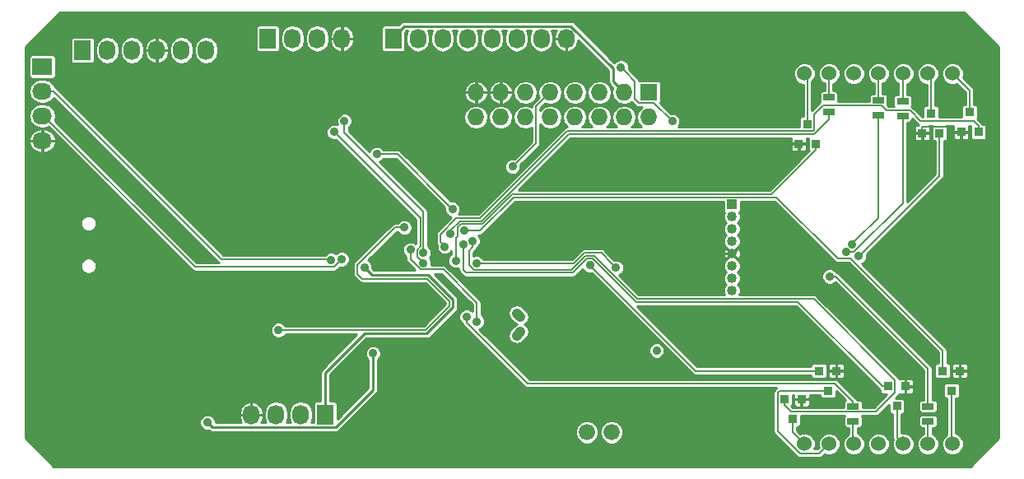
<source format=gbl>
%FSLAX46Y46*%
G04 Gerber Fmt 4.6, Leading zero omitted, Abs format (unit mm)*
G04 Created by KiCad (PCBNEW (2014-08-02 BZR 5044)-product) date 13.08.2014 13:27:26*
%MOMM*%
G01*
G04 APERTURE LIST*
%ADD10C,0.150000*%
%ADD11R,1.016000X1.016000*%
%ADD12C,1.016000*%
%ADD13C,1.676400*%
%ADD14R,1.727200X2.032000*%
%ADD15O,1.727200X2.032000*%
%ADD16R,2.032000X1.727200*%
%ADD17O,2.032000X1.727200*%
%ADD18R,1.727200X1.727200*%
%ADD19O,1.727200X1.727200*%
%ADD20R,1.143000X0.635000*%
%ADD21C,1.524000*%
%ADD22R,0.914400X0.914400*%
%ADD23C,1.000760*%
%ADD24C,0.889000*%
%ADD25C,0.254000*%
%ADD26C,0.250000*%
G04 APERTURE END LIST*
D10*
D11*
X86430000Y-33555000D03*
D12*
X86430000Y-34825000D03*
X86430000Y-36095000D03*
X86430000Y-37365000D03*
X86430000Y-38635000D03*
X86430000Y-39905000D03*
X86430000Y-41175000D03*
X86430000Y-42445000D03*
D13*
X71530000Y-57000000D03*
X74070000Y-57000000D03*
D14*
X38690000Y-16500000D03*
D15*
X41230000Y-16500000D03*
X43770000Y-16500000D03*
X46310000Y-16500000D03*
D16*
X15500000Y-19390000D03*
D17*
X15500000Y-21930000D03*
X15500000Y-24470000D03*
X15500000Y-27010000D03*
D18*
X77890000Y-22030000D03*
D19*
X77890000Y-24570000D03*
X75350000Y-22030000D03*
X75350000Y-24570000D03*
X72810000Y-22030000D03*
X72810000Y-24570000D03*
X70270000Y-22030000D03*
X70270000Y-24570000D03*
X67730000Y-22030000D03*
X67730000Y-24570000D03*
X65190000Y-22030000D03*
X65190000Y-24570000D03*
X62650000Y-22030000D03*
X62650000Y-24570000D03*
X60110000Y-22030000D03*
X60110000Y-24570000D03*
D14*
X19650000Y-17700000D03*
D15*
X22190000Y-17700000D03*
X24730000Y-17700000D03*
X27270000Y-17700000D03*
X29810000Y-17700000D03*
X32350000Y-17700000D03*
D20*
X96400000Y-24062000D03*
X96400000Y-22538000D03*
X98900000Y-54338000D03*
X98900000Y-55862000D03*
X101500000Y-24362000D03*
X101500000Y-22838000D03*
X104000000Y-24462000D03*
X104000000Y-22938000D03*
X106600000Y-54338000D03*
X106600000Y-55862000D03*
D21*
X93880000Y-58180000D03*
X96420000Y-58180000D03*
X98960000Y-58180000D03*
X101500000Y-58180000D03*
X104040000Y-58180000D03*
X106580000Y-58180000D03*
X109120000Y-58180000D03*
X109120000Y-20080000D03*
X106580000Y-20080000D03*
X104040000Y-20080000D03*
X101500000Y-20080000D03*
X98960000Y-20080000D03*
X96420000Y-20080000D03*
X93880000Y-20080000D03*
D22*
X106011000Y-26216000D03*
X107789000Y-26216000D03*
X106900000Y-24184000D03*
X93311000Y-27316000D03*
X95089000Y-27316000D03*
X94200000Y-25284000D03*
X110011000Y-26116000D03*
X111789000Y-26116000D03*
X110900000Y-24084000D03*
X104289000Y-52284000D03*
X102511000Y-52284000D03*
X103400000Y-54316000D03*
X93589000Y-53584000D03*
X91811000Y-53584000D03*
X92700000Y-55616000D03*
X109889000Y-50684000D03*
X108111000Y-50684000D03*
X109000000Y-52716000D03*
X97189000Y-50684000D03*
X95411000Y-50684000D03*
X96300000Y-52716000D03*
D14*
X51610000Y-16500000D03*
D15*
X54150000Y-16500000D03*
X56690000Y-16500000D03*
X59230000Y-16500000D03*
X61770000Y-16500000D03*
X64310000Y-16500000D03*
X66850000Y-16500000D03*
X69390000Y-16500000D03*
D14*
X44610000Y-55200000D03*
D15*
X42070000Y-55200000D03*
X39530000Y-55200000D03*
X36990000Y-55200000D03*
D23*
X64311155Y-44761855D02*
X64664977Y-45115677D01*
X64664977Y-46684323D02*
X64311155Y-47038145D01*
D24*
X78700000Y-48600000D03*
X49530000Y-48895000D03*
X32500000Y-56000000D03*
X48630200Y-40016644D03*
X105200038Y-50430503D03*
X105540519Y-27622562D03*
X77900000Y-35000000D03*
X84900000Y-30300000D03*
X58200000Y-47400000D03*
X44600000Y-35200000D03*
X98600000Y-50700000D03*
X95000000Y-53800000D03*
X64697009Y-38521740D03*
X54709760Y-39592608D03*
X45500000Y-26100000D03*
X46563814Y-24956569D03*
X75026578Y-19473422D03*
X80300000Y-25000000D03*
X54709760Y-38553596D03*
X57696388Y-34043233D03*
X49900000Y-28400000D03*
X57473655Y-36606911D03*
X59156583Y-45125021D03*
X74513115Y-40066521D03*
X98792589Y-37640576D03*
X60162615Y-39615771D03*
X98156138Y-38462089D03*
X96476578Y-40976578D03*
X99500000Y-38900000D03*
X58030480Y-39350647D03*
X56895610Y-37908379D03*
X59769350Y-37338382D03*
X58800000Y-37712423D03*
X58887230Y-36265188D03*
X71824011Y-39830480D03*
X63870918Y-29675927D03*
X45200000Y-39300000D03*
X46300000Y-39200000D03*
X53370952Y-38215320D03*
X60200000Y-45600000D03*
X52739808Y-35939808D03*
X39800000Y-46500000D03*
D25*
X49530000Y-49523617D02*
X49530000Y-48895000D01*
X49530000Y-52658202D02*
X49530000Y-49523617D01*
X45695201Y-56493001D02*
X49530000Y-52658202D01*
X32500000Y-56000000D02*
X32993001Y-56493001D01*
X32993001Y-56493001D02*
X45695201Y-56493001D01*
X74255077Y-19599611D02*
X69862456Y-15206990D01*
X74255077Y-20935077D02*
X74255077Y-19599611D01*
X75350000Y-22030000D02*
X74255077Y-20935077D01*
X52750610Y-15206990D02*
X51610000Y-16347600D01*
X69862456Y-15206990D02*
X52750610Y-15206990D01*
X51610000Y-16347600D02*
X51610000Y-16500000D01*
X44610000Y-50887817D02*
X48645807Y-46852010D01*
X57752010Y-44145807D02*
X57752010Y-43354193D01*
X44610000Y-55200000D02*
X44610000Y-50887817D01*
X55045807Y-46852010D02*
X57752010Y-44145807D01*
X48645807Y-46852010D02*
X55045807Y-46852010D01*
X57752010Y-43354193D02*
X55198280Y-40800463D01*
X49074699Y-40461143D02*
X48630200Y-40016644D01*
X55198280Y-40800463D02*
X49414019Y-40800463D01*
X49414019Y-40800463D02*
X49074699Y-40461143D01*
X104289000Y-51341541D02*
X104755539Y-50875002D01*
D10*
X105985018Y-27178063D02*
X105540519Y-27622562D01*
X106011000Y-27152081D02*
X105985018Y-27178063D01*
D25*
X104755539Y-50875002D02*
X105200038Y-50430503D01*
D10*
X106011000Y-26216000D02*
X106011000Y-27152081D01*
D25*
X104289000Y-52284000D02*
X104289000Y-51341541D01*
X44155501Y-26344499D02*
X48470000Y-22030000D01*
X48470000Y-22030000D02*
X54257600Y-22030000D01*
X44600000Y-35200000D02*
X44155501Y-34755501D01*
X44155501Y-34755501D02*
X44155501Y-26344499D01*
X77900000Y-35000000D02*
X77900000Y-35628617D01*
X77900000Y-35628617D02*
X80906383Y-38635000D01*
X80906383Y-38635000D02*
X85711580Y-38635000D01*
X85711580Y-38635000D02*
X86430000Y-38635000D01*
X87900000Y-27300000D02*
X84900000Y-30300000D01*
X92583800Y-27300000D02*
X87900000Y-27300000D01*
X93311000Y-27316000D02*
X92599800Y-27316000D01*
X92599800Y-27316000D02*
X92583800Y-27300000D01*
X98584000Y-50684000D02*
X98600000Y-50700000D01*
X98584000Y-50684000D02*
X97189000Y-50684000D01*
X93589000Y-53584000D02*
X94784000Y-53584000D01*
X94784000Y-53584000D02*
X95000000Y-53800000D01*
X69390000Y-16500000D02*
X69390000Y-17770000D01*
X69390000Y-17770000D02*
X68260000Y-18900000D01*
X68260000Y-18900000D02*
X63200000Y-18900000D01*
X63200000Y-18900000D02*
X62650000Y-19450000D01*
X62650000Y-19450000D02*
X62650000Y-22030000D01*
X60110000Y-22030000D02*
X62650000Y-22030000D01*
X47427600Y-15200000D02*
X54257600Y-22030000D01*
X54257600Y-22030000D02*
X61428686Y-22030000D01*
X61428686Y-22030000D02*
X62650000Y-22030000D01*
D10*
X110011000Y-26116000D02*
X109403800Y-26116000D01*
X109403800Y-26116000D02*
X108821599Y-25533799D01*
X108821599Y-25533799D02*
X106086001Y-25533799D01*
X106086001Y-25533799D02*
X106011000Y-25608800D01*
X106011000Y-25608800D02*
X106011000Y-26216000D01*
D25*
X22190000Y-17547600D02*
X22190000Y-17700000D01*
D10*
X54265261Y-39148109D02*
X54709760Y-39592608D01*
X54040259Y-38923107D02*
X54265261Y-39148109D01*
X54040259Y-38232235D02*
X54040259Y-38923107D01*
X54388399Y-37884095D02*
X54040259Y-38232235D01*
X54388399Y-34988399D02*
X54388399Y-37884095D01*
X45500000Y-26100000D02*
X54388399Y-34988399D01*
X54709760Y-34289376D02*
X46563814Y-26143430D01*
X54709760Y-38553596D02*
X54709760Y-34289376D01*
X46563814Y-25585186D02*
X46563814Y-24956569D01*
X46563814Y-26143430D02*
X46563814Y-25585186D01*
X78418601Y-23118601D02*
X76846399Y-23118601D01*
X75471077Y-19917921D02*
X75026578Y-19473422D01*
X76846399Y-23118601D02*
X76438601Y-22710803D01*
X76438601Y-20885445D02*
X75471077Y-19917921D01*
X80300000Y-25000000D02*
X78418601Y-23118601D01*
X76438601Y-22710803D02*
X76438601Y-20885445D01*
X57251889Y-33598734D02*
X57696388Y-34043233D01*
X52053155Y-28400000D02*
X57251889Y-33598734D01*
X49900000Y-28400000D02*
X52053155Y-28400000D01*
X96400000Y-24062000D02*
X96400000Y-24827680D01*
X96400000Y-24827680D02*
X94927690Y-26299990D01*
X94927690Y-26299990D02*
X69651454Y-26299990D01*
X69651454Y-26299990D02*
X60655767Y-35295677D01*
X60655767Y-35295677D02*
X58441600Y-35295678D01*
X58441600Y-35295678D02*
X57473655Y-36263623D01*
X57473655Y-36263623D02*
X57473655Y-36606911D01*
X96400000Y-20100000D02*
X96420000Y-20080000D01*
X96400000Y-22538000D02*
X96400000Y-20100000D01*
X59156583Y-45125021D02*
X59156583Y-45753638D01*
X59156583Y-45753638D02*
X65402945Y-52000000D01*
X65402945Y-52000000D02*
X97029500Y-52000000D01*
X97029500Y-52000000D02*
X98900000Y-53870500D01*
X98900000Y-53870500D02*
X98900000Y-54338000D01*
X98900000Y-58120000D02*
X98960000Y-58180000D01*
X98900000Y-55862000D02*
X98900000Y-58120000D01*
X71254113Y-38560960D02*
X73007554Y-38560960D01*
X73007554Y-38560960D02*
X74068616Y-39622022D01*
X70199302Y-39615771D02*
X71254113Y-38560960D01*
X60162615Y-39615771D02*
X70199302Y-39615771D01*
X74068616Y-39622022D02*
X74513115Y-40066521D01*
X101500000Y-34933165D02*
X99237088Y-37196077D01*
X101500000Y-24362000D02*
X101500000Y-34933165D01*
X99237088Y-37196077D02*
X98792589Y-37640576D01*
X101500000Y-22370500D02*
X101500000Y-20080000D01*
X101500000Y-22838000D02*
X101500000Y-22370500D01*
X98947049Y-38462089D02*
X98784755Y-38462089D01*
X104000000Y-24462000D02*
X104000000Y-33409138D01*
X104000000Y-33409138D02*
X98947049Y-38462089D01*
X98784755Y-38462089D02*
X98156138Y-38462089D01*
X104000000Y-20120000D02*
X104040000Y-20080000D01*
X104000000Y-22938000D02*
X104000000Y-20120000D01*
X106600000Y-50471383D02*
X97105195Y-40976578D01*
X106600000Y-54338000D02*
X106600000Y-50471383D01*
X97105195Y-40976578D02*
X96476578Y-40976578D01*
X106600000Y-55862000D02*
X106600000Y-58160000D01*
X106600000Y-58160000D02*
X106580000Y-58180000D01*
X92700000Y-57000000D02*
X93880000Y-58180000D01*
X92700000Y-55616000D02*
X92700000Y-57000000D01*
X95658001Y-58941999D02*
X96420000Y-58180000D01*
X95432999Y-59167001D02*
X95658001Y-58941999D01*
X93406239Y-59167001D02*
X95432999Y-59167001D01*
X91128799Y-56889561D02*
X93406239Y-59167001D01*
X91128799Y-52946799D02*
X91128799Y-56889561D01*
X91359598Y-52716000D02*
X91128799Y-52946799D01*
X96300000Y-52716000D02*
X91359598Y-52716000D01*
X103400000Y-57540000D02*
X104040000Y-58180000D01*
X103400000Y-54316000D02*
X103400000Y-57540000D01*
X109000000Y-58060000D02*
X109120000Y-58180000D01*
X109000000Y-52716000D02*
X109000000Y-58060000D01*
X110900000Y-21860000D02*
X109120000Y-20080000D01*
X110900000Y-24084000D02*
X110900000Y-21860000D01*
X106900000Y-20400000D02*
X106580000Y-20080000D01*
X106900000Y-24184000D02*
X106900000Y-20400000D01*
X94200000Y-20400000D02*
X93880000Y-20080000D01*
X94200000Y-25284000D02*
X94200000Y-20400000D01*
X107789000Y-26216000D02*
X107789000Y-30611000D01*
X99944499Y-38455501D02*
X99500000Y-38900000D01*
X107789000Y-30611000D02*
X99944499Y-38455501D01*
X58217729Y-36791409D02*
X58030480Y-36978658D01*
X95089000Y-27316000D02*
X95089000Y-27923200D01*
X95089000Y-27923200D02*
X90490210Y-32521990D01*
X90490210Y-32521990D02*
X63853732Y-32521990D01*
X63853732Y-32521990D02*
X60780035Y-35595687D01*
X60780035Y-35595687D02*
X58565869Y-35595687D01*
X58565869Y-35595687D02*
X58217729Y-35943827D01*
X58217729Y-35943827D02*
X58217729Y-36791409D01*
X58030480Y-36978658D02*
X58030480Y-38722030D01*
X58030480Y-38722030D02*
X58030480Y-39350647D01*
X111284701Y-25004501D02*
X105836503Y-25004501D01*
X111789000Y-26116000D02*
X111789000Y-25508800D01*
X56451111Y-37463880D02*
X56895610Y-37908379D01*
X56451111Y-36638593D02*
X56451111Y-37463880D01*
X58094037Y-34995667D02*
X56451111Y-36638593D01*
X105836503Y-25004501D02*
X104751501Y-23919499D01*
X69527186Y-25999980D02*
X60531499Y-34995667D01*
X94803422Y-25999980D02*
X69527186Y-25999980D01*
X95787497Y-23380501D02*
X94882201Y-24285797D01*
X111789000Y-25508800D02*
X111284701Y-25004501D01*
X104751501Y-23919499D02*
X102351501Y-23919499D01*
X102351501Y-23919499D02*
X101812503Y-23380501D01*
X101812503Y-23380501D02*
X95787497Y-23380501D01*
X60531499Y-34995667D02*
X58094037Y-34995667D01*
X94882201Y-24285797D02*
X94882201Y-25921201D01*
X94882201Y-25921201D02*
X94803422Y-25999980D01*
X91811000Y-54191200D02*
X92500301Y-54880501D01*
X91811000Y-53584000D02*
X91811000Y-54191200D01*
X72269640Y-38860969D02*
X71378381Y-38860970D01*
X92500301Y-54880501D02*
X101233901Y-54880501D01*
X101233901Y-54880501D02*
X103193201Y-52921201D01*
X76708652Y-43299981D02*
X72269640Y-38860969D01*
X71378381Y-38860970D02*
X69939370Y-40299981D01*
X69939370Y-40299981D02*
X59899981Y-40299981D01*
X59899981Y-40299981D02*
X59369501Y-39769501D01*
X59369501Y-39769501D02*
X59369501Y-38366848D01*
X59369501Y-38366848D02*
X59769350Y-37966999D01*
X59769350Y-37966999D02*
X59769350Y-37338382D01*
X103193201Y-52921201D02*
X103193201Y-51646799D01*
X103193201Y-51646799D02*
X94846383Y-43299981D01*
X94846383Y-43299981D02*
X76708652Y-43299981D01*
X59959510Y-37005514D02*
X59769350Y-37195674D01*
X59769350Y-37195674D02*
X59769350Y-37338382D01*
X102511000Y-52284000D02*
X101903800Y-52284000D01*
X70063638Y-40599991D02*
X59074645Y-40599991D01*
X58800000Y-38341040D02*
X58800000Y-37712423D01*
X72145372Y-39160979D02*
X71502650Y-39160979D01*
X71502650Y-39160979D02*
X70063638Y-40599991D01*
X101903800Y-52284000D02*
X93219791Y-43599991D01*
X59074645Y-40599991D02*
X58800000Y-40325346D01*
X93219791Y-43599991D02*
X76584384Y-43599991D01*
X76584384Y-43599991D02*
X72145372Y-39160979D01*
X58800000Y-40325346D02*
X58800000Y-38341040D01*
X108111000Y-48620138D02*
X98622452Y-39131590D01*
X97340728Y-39131590D02*
X91031137Y-32821999D01*
X98622452Y-39131590D02*
X97340728Y-39131590D01*
X91031137Y-32821999D02*
X63978001Y-32821999D01*
X60534812Y-36265188D02*
X59515847Y-36265188D01*
X63978001Y-32821999D02*
X60534812Y-36265188D01*
X59515847Y-36265188D02*
X58887230Y-36265188D01*
X108111000Y-50684000D02*
X108111000Y-48620138D01*
X95411000Y-50684000D02*
X82677531Y-50684000D01*
X72268510Y-40274979D02*
X71824011Y-39830480D01*
X82677531Y-50684000D02*
X72268510Y-40274979D01*
X64315417Y-29231428D02*
X63870918Y-29675927D01*
X66278601Y-27268244D02*
X64315417Y-29231428D01*
X67730000Y-22030000D02*
X66278601Y-23481399D01*
X66278601Y-23481399D02*
X66278601Y-27268244D01*
X33936000Y-39200000D02*
X45100000Y-39200000D01*
X45100000Y-39200000D02*
X45200000Y-39300000D01*
X15500000Y-21930000D02*
X16666000Y-21930000D01*
X16666000Y-21930000D02*
X33936000Y-39200000D01*
X45855501Y-39644499D02*
X46300000Y-39200000D01*
X45500010Y-39999990D02*
X45855501Y-39644499D01*
X31182390Y-39999990D02*
X45500010Y-39999990D01*
X15652400Y-24470000D02*
X31182390Y-39999990D01*
X15500000Y-24470000D02*
X15652400Y-24470000D01*
X53370952Y-38843937D02*
X53370952Y-38215320D01*
X53370952Y-39244662D02*
X53370952Y-38843937D01*
X54388399Y-40262109D02*
X53370952Y-39244662D01*
X56757743Y-40262109D02*
X54388399Y-40262109D01*
X60200000Y-43704366D02*
X56757743Y-40262109D01*
X60200000Y-45600000D02*
X60200000Y-43704366D01*
X52739808Y-35939808D02*
X51760192Y-35939808D01*
X51760192Y-35939808D02*
X47900000Y-39800000D01*
X47900000Y-39800000D02*
X47900000Y-40700000D01*
X47900000Y-40700000D02*
X48400000Y-41200000D01*
X48400000Y-41200000D02*
X55100000Y-41200000D01*
X55100000Y-41200000D02*
X57400000Y-43500000D01*
X57400000Y-43500000D02*
X57400000Y-44000000D01*
X57400000Y-44000000D02*
X54900000Y-46500000D01*
X54900000Y-46500000D02*
X39800000Y-46500000D01*
D26*
G36*
X94352036Y-28023767D02*
X94143200Y-28232603D01*
X94143200Y-27847792D01*
X94143200Y-27698608D01*
X94143200Y-27434750D01*
X94049450Y-27341000D01*
X93336000Y-27341000D01*
X93336000Y-28054450D01*
X93429750Y-28148200D01*
X93842792Y-28148200D01*
X93980620Y-28091110D01*
X94086110Y-27985621D01*
X94143200Y-27847792D01*
X94143200Y-28232603D01*
X93286000Y-29089803D01*
X93286000Y-28054450D01*
X93286000Y-27341000D01*
X92572550Y-27341000D01*
X92478800Y-27434750D01*
X92478800Y-27698608D01*
X92478800Y-27847792D01*
X92535890Y-27985621D01*
X92641380Y-28091110D01*
X92779208Y-28148200D01*
X93192250Y-28148200D01*
X93286000Y-28054450D01*
X93286000Y-29089803D01*
X90303814Y-32071990D01*
X64515850Y-32071990D01*
X69837850Y-26749990D01*
X92492973Y-26749990D01*
X92478800Y-26784208D01*
X92478800Y-26933392D01*
X92478800Y-27197250D01*
X92572550Y-27291000D01*
X93286000Y-27291000D01*
X93286000Y-27271000D01*
X93336000Y-27271000D01*
X93336000Y-27291000D01*
X94049450Y-27291000D01*
X94143200Y-27197250D01*
X94143200Y-26933392D01*
X94143200Y-26784208D01*
X94129026Y-26749990D01*
X94270973Y-26749990D01*
X94256800Y-26784208D01*
X94256800Y-26933392D01*
X94256800Y-27847792D01*
X94313890Y-27985620D01*
X94352036Y-28023767D01*
X94352036Y-28023767D01*
G37*
X94352036Y-28023767D02*
X94143200Y-28232603D01*
X94143200Y-27847792D01*
X94143200Y-27698608D01*
X94143200Y-27434750D01*
X94049450Y-27341000D01*
X93336000Y-27341000D01*
X93336000Y-28054450D01*
X93429750Y-28148200D01*
X93842792Y-28148200D01*
X93980620Y-28091110D01*
X94086110Y-27985621D01*
X94143200Y-27847792D01*
X94143200Y-28232603D01*
X93286000Y-29089803D01*
X93286000Y-28054450D01*
X93286000Y-27341000D01*
X92572550Y-27341000D01*
X92478800Y-27434750D01*
X92478800Y-27698608D01*
X92478800Y-27847792D01*
X92535890Y-27985621D01*
X92641380Y-28091110D01*
X92779208Y-28148200D01*
X93192250Y-28148200D01*
X93286000Y-28054450D01*
X93286000Y-29089803D01*
X90303814Y-32071990D01*
X64515850Y-32071990D01*
X69837850Y-26749990D01*
X92492973Y-26749990D01*
X92478800Y-26784208D01*
X92478800Y-26933392D01*
X92478800Y-27197250D01*
X92572550Y-27291000D01*
X93286000Y-27291000D01*
X93286000Y-27271000D01*
X93336000Y-27271000D01*
X93336000Y-27291000D01*
X94049450Y-27291000D01*
X94143200Y-27197250D01*
X94143200Y-26933392D01*
X94143200Y-26784208D01*
X94129026Y-26749990D01*
X94270973Y-26749990D01*
X94256800Y-26784208D01*
X94256800Y-26933392D01*
X94256800Y-27847792D01*
X94313890Y-27985620D01*
X94352036Y-28023767D01*
G36*
X98105886Y-53712782D02*
X98010590Y-53808079D01*
X97953500Y-53945908D01*
X97953500Y-54095092D01*
X97953500Y-54430501D01*
X94421200Y-54430501D01*
X94421200Y-54115792D01*
X94421200Y-53966608D01*
X94421200Y-53702750D01*
X94327450Y-53609000D01*
X93614000Y-53609000D01*
X93614000Y-54322450D01*
X93707750Y-54416200D01*
X94120792Y-54416200D01*
X94258620Y-54359110D01*
X94364110Y-54253621D01*
X94421200Y-54115792D01*
X94421200Y-54430501D01*
X93564000Y-54430501D01*
X93564000Y-54322450D01*
X93564000Y-53609000D01*
X92850550Y-53609000D01*
X92756800Y-53702750D01*
X92756800Y-53966608D01*
X92756800Y-54115792D01*
X92813890Y-54253621D01*
X92919380Y-54359110D01*
X93057208Y-54416200D01*
X93470250Y-54416200D01*
X93564000Y-54322450D01*
X93564000Y-54430501D01*
X92686697Y-54430501D01*
X92547963Y-54291767D01*
X92586110Y-54253621D01*
X92643200Y-54115792D01*
X92643200Y-53966608D01*
X92643200Y-53166000D01*
X92756800Y-53166000D01*
X92756800Y-53201392D01*
X92756800Y-53465250D01*
X92850550Y-53559000D01*
X93564000Y-53559000D01*
X93564000Y-53539000D01*
X93614000Y-53539000D01*
X93614000Y-53559000D01*
X94327450Y-53559000D01*
X94421200Y-53465250D01*
X94421200Y-53201392D01*
X94421200Y-53166000D01*
X95467800Y-53166000D01*
X95467800Y-53247792D01*
X95524890Y-53385620D01*
X95630379Y-53491110D01*
X95768208Y-53548200D01*
X95917392Y-53548200D01*
X96831792Y-53548200D01*
X96969620Y-53491110D01*
X97075110Y-53385621D01*
X97132200Y-53247792D01*
X97132200Y-53098608D01*
X97132200Y-52739096D01*
X98105886Y-53712782D01*
X98105886Y-53712782D01*
G37*
X98105886Y-53712782D02*
X98010590Y-53808079D01*
X97953500Y-53945908D01*
X97953500Y-54095092D01*
X97953500Y-54430501D01*
X94421200Y-54430501D01*
X94421200Y-54115792D01*
X94421200Y-53966608D01*
X94421200Y-53702750D01*
X94327450Y-53609000D01*
X93614000Y-53609000D01*
X93614000Y-54322450D01*
X93707750Y-54416200D01*
X94120792Y-54416200D01*
X94258620Y-54359110D01*
X94364110Y-54253621D01*
X94421200Y-54115792D01*
X94421200Y-54430501D01*
X93564000Y-54430501D01*
X93564000Y-54322450D01*
X93564000Y-53609000D01*
X92850550Y-53609000D01*
X92756800Y-53702750D01*
X92756800Y-53966608D01*
X92756800Y-54115792D01*
X92813890Y-54253621D01*
X92919380Y-54359110D01*
X93057208Y-54416200D01*
X93470250Y-54416200D01*
X93564000Y-54322450D01*
X93564000Y-54430501D01*
X92686697Y-54430501D01*
X92547963Y-54291767D01*
X92586110Y-54253621D01*
X92643200Y-54115792D01*
X92643200Y-53966608D01*
X92643200Y-53166000D01*
X92756800Y-53166000D01*
X92756800Y-53201392D01*
X92756800Y-53465250D01*
X92850550Y-53559000D01*
X93564000Y-53559000D01*
X93564000Y-53539000D01*
X93614000Y-53539000D01*
X93614000Y-53559000D01*
X94327450Y-53559000D01*
X94421200Y-53465250D01*
X94421200Y-53201392D01*
X94421200Y-53166000D01*
X95467800Y-53166000D01*
X95467800Y-53247792D01*
X95524890Y-53385620D01*
X95630379Y-53491110D01*
X95768208Y-53548200D01*
X95917392Y-53548200D01*
X96831792Y-53548200D01*
X96969620Y-53491110D01*
X97075110Y-53385621D01*
X97132200Y-53247792D01*
X97132200Y-53098608D01*
X97132200Y-52739096D01*
X98105886Y-53712782D01*
G36*
X102361806Y-53116200D02*
X101047505Y-54430501D01*
X99846500Y-54430501D01*
X99846500Y-53945908D01*
X99789410Y-53808080D01*
X99683921Y-53702590D01*
X99546092Y-53645500D01*
X99396908Y-53645500D01*
X99280471Y-53645500D01*
X99218198Y-53552302D01*
X98021200Y-52355304D01*
X98021200Y-51215792D01*
X98021200Y-51066608D01*
X98021200Y-50802750D01*
X98021200Y-50565250D01*
X98021200Y-50301392D01*
X98021200Y-50152208D01*
X97964110Y-50014379D01*
X97858620Y-49908890D01*
X97720792Y-49851800D01*
X97307750Y-49851800D01*
X97214000Y-49945550D01*
X97214000Y-50659000D01*
X97927450Y-50659000D01*
X98021200Y-50565250D01*
X98021200Y-50802750D01*
X97927450Y-50709000D01*
X97214000Y-50709000D01*
X97214000Y-51422450D01*
X97307750Y-51516200D01*
X97720792Y-51516200D01*
X97858620Y-51459110D01*
X97964110Y-51353621D01*
X98021200Y-51215792D01*
X98021200Y-52355304D01*
X97347698Y-51681802D01*
X97201708Y-51584254D01*
X97164000Y-51576753D01*
X97164000Y-51422450D01*
X97164000Y-50709000D01*
X97164000Y-50659000D01*
X97164000Y-49945550D01*
X97070250Y-49851800D01*
X96657208Y-49851800D01*
X96519380Y-49908890D01*
X96413890Y-50014379D01*
X96356800Y-50152208D01*
X96356800Y-50301392D01*
X96356800Y-50565250D01*
X96450550Y-50659000D01*
X97164000Y-50659000D01*
X97164000Y-50709000D01*
X96450550Y-50709000D01*
X96356800Y-50802750D01*
X96356800Y-51066608D01*
X96356800Y-51215792D01*
X96413890Y-51353621D01*
X96519380Y-51459110D01*
X96657208Y-51516200D01*
X97070250Y-51516200D01*
X97164000Y-51422450D01*
X97164000Y-51576753D01*
X97029500Y-51550000D01*
X79519642Y-51550000D01*
X79519642Y-48437707D01*
X79395143Y-48136397D01*
X79164816Y-47905667D01*
X78863724Y-47780643D01*
X78537707Y-47780358D01*
X78236397Y-47904857D01*
X78005667Y-48135184D01*
X77880643Y-48436276D01*
X77880358Y-48762293D01*
X78004857Y-49063603D01*
X78235184Y-49294333D01*
X78536276Y-49419357D01*
X78862293Y-49419642D01*
X79163603Y-49295143D01*
X79394333Y-49064816D01*
X79519357Y-48763724D01*
X79519642Y-48437707D01*
X79519642Y-51550000D01*
X65589340Y-51550000D01*
X65555949Y-51516608D01*
X65555949Y-46668731D01*
X65489315Y-46333737D01*
X65299556Y-46049744D01*
X65075449Y-45900000D01*
X65299556Y-45750256D01*
X65489315Y-45466263D01*
X65555949Y-45131269D01*
X65489315Y-44796275D01*
X65299556Y-44512282D01*
X64914550Y-44127276D01*
X64630557Y-43937517D01*
X64295563Y-43870883D01*
X63960569Y-43937517D01*
X63676576Y-44127276D01*
X63486817Y-44411269D01*
X63420183Y-44746263D01*
X63486817Y-45081257D01*
X63676576Y-45365250D01*
X64061582Y-45750256D01*
X64285688Y-45900000D01*
X64061582Y-46049744D01*
X63676576Y-46434750D01*
X63486817Y-46718743D01*
X63420183Y-47053737D01*
X63486817Y-47388731D01*
X63676576Y-47672724D01*
X63960569Y-47862483D01*
X64295563Y-47929117D01*
X64630557Y-47862483D01*
X64914550Y-47672724D01*
X65299556Y-47287718D01*
X65489315Y-47003725D01*
X65555949Y-46668731D01*
X65555949Y-51516608D01*
X60430712Y-46391371D01*
X60663603Y-46295143D01*
X60894333Y-46064816D01*
X61019357Y-45763724D01*
X61019642Y-45437707D01*
X60895143Y-45136397D01*
X60664816Y-44905667D01*
X60650000Y-44899514D01*
X60650000Y-43704366D01*
X60615747Y-43532159D01*
X60615746Y-43532158D01*
X60518198Y-43386168D01*
X57075941Y-39943911D01*
X56929951Y-39846363D01*
X56757743Y-39812109D01*
X55505956Y-39812109D01*
X55529117Y-39756332D01*
X55529402Y-39430315D01*
X55404903Y-39129005D01*
X55349202Y-39073206D01*
X55404093Y-39018412D01*
X55529117Y-38717320D01*
X55529402Y-38391303D01*
X55404903Y-38089993D01*
X55174576Y-37859263D01*
X55159760Y-37853110D01*
X55159760Y-34289376D01*
X55125506Y-34117168D01*
X55027958Y-33971178D01*
X50213814Y-29157034D01*
X50363603Y-29095143D01*
X50594333Y-28864816D01*
X50600485Y-28850000D01*
X51866759Y-28850000D01*
X56882675Y-33865916D01*
X56877031Y-33879509D01*
X56876746Y-34205526D01*
X57001245Y-34506836D01*
X57231572Y-34737566D01*
X57532664Y-34862590D01*
X57590667Y-34862640D01*
X56132913Y-36320395D01*
X56035365Y-36466385D01*
X56001111Y-36638593D01*
X56001111Y-37463880D01*
X56035365Y-37636088D01*
X56088385Y-37715437D01*
X56076253Y-37744655D01*
X56075968Y-38070672D01*
X56200467Y-38371982D01*
X56430794Y-38602712D01*
X56731886Y-38727736D01*
X57057903Y-38728021D01*
X57359213Y-38603522D01*
X57580480Y-38382641D01*
X57580480Y-38649883D01*
X57566877Y-38655504D01*
X57336147Y-38885831D01*
X57211123Y-39186923D01*
X57210838Y-39512940D01*
X57335337Y-39814250D01*
X57565664Y-40044980D01*
X57866756Y-40170004D01*
X58192773Y-40170289D01*
X58350000Y-40105323D01*
X58350000Y-40325346D01*
X58384254Y-40497554D01*
X58481802Y-40643544D01*
X58756447Y-40918189D01*
X58902437Y-41015737D01*
X58902438Y-41015737D01*
X59074645Y-41049991D01*
X70063638Y-41049991D01*
X70235845Y-41015737D01*
X70235846Y-41015737D01*
X70381836Y-40918189D01*
X71092926Y-40207098D01*
X71128868Y-40294083D01*
X71359195Y-40524813D01*
X71660287Y-40649837D01*
X71986304Y-40650122D01*
X72001130Y-40643995D01*
X82359333Y-51002198D01*
X82505323Y-51099746D01*
X82505324Y-51099746D01*
X82677531Y-51134000D01*
X94578800Y-51134000D01*
X94578800Y-51215792D01*
X94635890Y-51353620D01*
X94741379Y-51459110D01*
X94879208Y-51516200D01*
X95028392Y-51516200D01*
X95942792Y-51516200D01*
X96080620Y-51459110D01*
X96186110Y-51353621D01*
X96243200Y-51215792D01*
X96243200Y-51066608D01*
X96243200Y-50152208D01*
X96186110Y-50014380D01*
X96080621Y-49908890D01*
X95942792Y-49851800D01*
X95793608Y-49851800D01*
X94879208Y-49851800D01*
X94741380Y-49908890D01*
X94635890Y-50014379D01*
X94578800Y-50152208D01*
X94578800Y-50234000D01*
X82863926Y-50234000D01*
X76679917Y-44049991D01*
X93033395Y-44049991D01*
X101585602Y-52602198D01*
X101678800Y-52664471D01*
X101678800Y-52815792D01*
X101735890Y-52953620D01*
X101841379Y-53059110D01*
X101979208Y-53116200D01*
X102128392Y-53116200D01*
X102361806Y-53116200D01*
X102361806Y-53116200D01*
G37*
X102361806Y-53116200D02*
X101047505Y-54430501D01*
X99846500Y-54430501D01*
X99846500Y-53945908D01*
X99789410Y-53808080D01*
X99683921Y-53702590D01*
X99546092Y-53645500D01*
X99396908Y-53645500D01*
X99280471Y-53645500D01*
X99218198Y-53552302D01*
X98021200Y-52355304D01*
X98021200Y-51215792D01*
X98021200Y-51066608D01*
X98021200Y-50802750D01*
X98021200Y-50565250D01*
X98021200Y-50301392D01*
X98021200Y-50152208D01*
X97964110Y-50014379D01*
X97858620Y-49908890D01*
X97720792Y-49851800D01*
X97307750Y-49851800D01*
X97214000Y-49945550D01*
X97214000Y-50659000D01*
X97927450Y-50659000D01*
X98021200Y-50565250D01*
X98021200Y-50802750D01*
X97927450Y-50709000D01*
X97214000Y-50709000D01*
X97214000Y-51422450D01*
X97307750Y-51516200D01*
X97720792Y-51516200D01*
X97858620Y-51459110D01*
X97964110Y-51353621D01*
X98021200Y-51215792D01*
X98021200Y-52355304D01*
X97347698Y-51681802D01*
X97201708Y-51584254D01*
X97164000Y-51576753D01*
X97164000Y-51422450D01*
X97164000Y-50709000D01*
X97164000Y-50659000D01*
X97164000Y-49945550D01*
X97070250Y-49851800D01*
X96657208Y-49851800D01*
X96519380Y-49908890D01*
X96413890Y-50014379D01*
X96356800Y-50152208D01*
X96356800Y-50301392D01*
X96356800Y-50565250D01*
X96450550Y-50659000D01*
X97164000Y-50659000D01*
X97164000Y-50709000D01*
X96450550Y-50709000D01*
X96356800Y-50802750D01*
X96356800Y-51066608D01*
X96356800Y-51215792D01*
X96413890Y-51353621D01*
X96519380Y-51459110D01*
X96657208Y-51516200D01*
X97070250Y-51516200D01*
X97164000Y-51422450D01*
X97164000Y-51576753D01*
X97029500Y-51550000D01*
X79519642Y-51550000D01*
X79519642Y-48437707D01*
X79395143Y-48136397D01*
X79164816Y-47905667D01*
X78863724Y-47780643D01*
X78537707Y-47780358D01*
X78236397Y-47904857D01*
X78005667Y-48135184D01*
X77880643Y-48436276D01*
X77880358Y-48762293D01*
X78004857Y-49063603D01*
X78235184Y-49294333D01*
X78536276Y-49419357D01*
X78862293Y-49419642D01*
X79163603Y-49295143D01*
X79394333Y-49064816D01*
X79519357Y-48763724D01*
X79519642Y-48437707D01*
X79519642Y-51550000D01*
X65589340Y-51550000D01*
X65555949Y-51516608D01*
X65555949Y-46668731D01*
X65489315Y-46333737D01*
X65299556Y-46049744D01*
X65075449Y-45900000D01*
X65299556Y-45750256D01*
X65489315Y-45466263D01*
X65555949Y-45131269D01*
X65489315Y-44796275D01*
X65299556Y-44512282D01*
X64914550Y-44127276D01*
X64630557Y-43937517D01*
X64295563Y-43870883D01*
X63960569Y-43937517D01*
X63676576Y-44127276D01*
X63486817Y-44411269D01*
X63420183Y-44746263D01*
X63486817Y-45081257D01*
X63676576Y-45365250D01*
X64061582Y-45750256D01*
X64285688Y-45900000D01*
X64061582Y-46049744D01*
X63676576Y-46434750D01*
X63486817Y-46718743D01*
X63420183Y-47053737D01*
X63486817Y-47388731D01*
X63676576Y-47672724D01*
X63960569Y-47862483D01*
X64295563Y-47929117D01*
X64630557Y-47862483D01*
X64914550Y-47672724D01*
X65299556Y-47287718D01*
X65489315Y-47003725D01*
X65555949Y-46668731D01*
X65555949Y-51516608D01*
X60430712Y-46391371D01*
X60663603Y-46295143D01*
X60894333Y-46064816D01*
X61019357Y-45763724D01*
X61019642Y-45437707D01*
X60895143Y-45136397D01*
X60664816Y-44905667D01*
X60650000Y-44899514D01*
X60650000Y-43704366D01*
X60615747Y-43532159D01*
X60615746Y-43532158D01*
X60518198Y-43386168D01*
X57075941Y-39943911D01*
X56929951Y-39846363D01*
X56757743Y-39812109D01*
X55505956Y-39812109D01*
X55529117Y-39756332D01*
X55529402Y-39430315D01*
X55404903Y-39129005D01*
X55349202Y-39073206D01*
X55404093Y-39018412D01*
X55529117Y-38717320D01*
X55529402Y-38391303D01*
X55404903Y-38089993D01*
X55174576Y-37859263D01*
X55159760Y-37853110D01*
X55159760Y-34289376D01*
X55125506Y-34117168D01*
X55027958Y-33971178D01*
X50213814Y-29157034D01*
X50363603Y-29095143D01*
X50594333Y-28864816D01*
X50600485Y-28850000D01*
X51866759Y-28850000D01*
X56882675Y-33865916D01*
X56877031Y-33879509D01*
X56876746Y-34205526D01*
X57001245Y-34506836D01*
X57231572Y-34737566D01*
X57532664Y-34862590D01*
X57590667Y-34862640D01*
X56132913Y-36320395D01*
X56035365Y-36466385D01*
X56001111Y-36638593D01*
X56001111Y-37463880D01*
X56035365Y-37636088D01*
X56088385Y-37715437D01*
X56076253Y-37744655D01*
X56075968Y-38070672D01*
X56200467Y-38371982D01*
X56430794Y-38602712D01*
X56731886Y-38727736D01*
X57057903Y-38728021D01*
X57359213Y-38603522D01*
X57580480Y-38382641D01*
X57580480Y-38649883D01*
X57566877Y-38655504D01*
X57336147Y-38885831D01*
X57211123Y-39186923D01*
X57210838Y-39512940D01*
X57335337Y-39814250D01*
X57565664Y-40044980D01*
X57866756Y-40170004D01*
X58192773Y-40170289D01*
X58350000Y-40105323D01*
X58350000Y-40325346D01*
X58384254Y-40497554D01*
X58481802Y-40643544D01*
X58756447Y-40918189D01*
X58902437Y-41015737D01*
X58902438Y-41015737D01*
X59074645Y-41049991D01*
X70063638Y-41049991D01*
X70235845Y-41015737D01*
X70235846Y-41015737D01*
X70381836Y-40918189D01*
X71092926Y-40207098D01*
X71128868Y-40294083D01*
X71359195Y-40524813D01*
X71660287Y-40649837D01*
X71986304Y-40650122D01*
X72001130Y-40643995D01*
X82359333Y-51002198D01*
X82505323Y-51099746D01*
X82505324Y-51099746D01*
X82677531Y-51134000D01*
X94578800Y-51134000D01*
X94578800Y-51215792D01*
X94635890Y-51353620D01*
X94741379Y-51459110D01*
X94879208Y-51516200D01*
X95028392Y-51516200D01*
X95942792Y-51516200D01*
X96080620Y-51459110D01*
X96186110Y-51353621D01*
X96243200Y-51215792D01*
X96243200Y-51066608D01*
X96243200Y-50152208D01*
X96186110Y-50014380D01*
X96080621Y-49908890D01*
X95942792Y-49851800D01*
X95793608Y-49851800D01*
X94879208Y-49851800D01*
X94741380Y-49908890D01*
X94635890Y-50014379D01*
X94578800Y-50152208D01*
X94578800Y-50234000D01*
X82863926Y-50234000D01*
X76679917Y-44049991D01*
X93033395Y-44049991D01*
X101585602Y-52602198D01*
X101678800Y-52664471D01*
X101678800Y-52815792D01*
X101735890Y-52953620D01*
X101841379Y-53059110D01*
X101979208Y-53116200D01*
X102128392Y-53116200D01*
X102361806Y-53116200D01*
G36*
X107339000Y-30424604D02*
X106843200Y-30920404D01*
X106843200Y-26747792D01*
X106843200Y-26598608D01*
X106843200Y-26334750D01*
X106749450Y-26241000D01*
X106036000Y-26241000D01*
X106036000Y-26954450D01*
X106129750Y-27048200D01*
X106542792Y-27048200D01*
X106680620Y-26991110D01*
X106786110Y-26885621D01*
X106843200Y-26747792D01*
X106843200Y-30920404D01*
X105986000Y-31777604D01*
X105986000Y-26954450D01*
X105986000Y-26241000D01*
X105272550Y-26241000D01*
X105178800Y-26334750D01*
X105178800Y-26598608D01*
X105178800Y-26747792D01*
X105235890Y-26885621D01*
X105341380Y-26991110D01*
X105479208Y-27048200D01*
X105892250Y-27048200D01*
X105986000Y-26954450D01*
X105986000Y-31777604D01*
X104450000Y-33313604D01*
X104450000Y-25154500D01*
X104646092Y-25154500D01*
X104783920Y-25097410D01*
X104889410Y-24991921D01*
X104946500Y-24854092D01*
X104946500Y-24750894D01*
X105518305Y-25322699D01*
X105609748Y-25383800D01*
X105479208Y-25383800D01*
X105341380Y-25440890D01*
X105235890Y-25546379D01*
X105178800Y-25684208D01*
X105178800Y-25833392D01*
X105178800Y-26097250D01*
X105272550Y-26191000D01*
X105986000Y-26191000D01*
X105986000Y-26171000D01*
X106036000Y-26171000D01*
X106036000Y-26191000D01*
X106749450Y-26191000D01*
X106843200Y-26097250D01*
X106843200Y-25833392D01*
X106843200Y-25684208D01*
X106786110Y-25546379D01*
X106694231Y-25454501D01*
X107105768Y-25454501D01*
X107013890Y-25546379D01*
X106956800Y-25684208D01*
X106956800Y-25833392D01*
X106956800Y-26747792D01*
X107013890Y-26885620D01*
X107119379Y-26991110D01*
X107257208Y-27048200D01*
X107339000Y-27048200D01*
X107339000Y-30424604D01*
X107339000Y-30424604D01*
G37*
X107339000Y-30424604D02*
X106843200Y-30920404D01*
X106843200Y-26747792D01*
X106843200Y-26598608D01*
X106843200Y-26334750D01*
X106749450Y-26241000D01*
X106036000Y-26241000D01*
X106036000Y-26954450D01*
X106129750Y-27048200D01*
X106542792Y-27048200D01*
X106680620Y-26991110D01*
X106786110Y-26885621D01*
X106843200Y-26747792D01*
X106843200Y-30920404D01*
X105986000Y-31777604D01*
X105986000Y-26954450D01*
X105986000Y-26241000D01*
X105272550Y-26241000D01*
X105178800Y-26334750D01*
X105178800Y-26598608D01*
X105178800Y-26747792D01*
X105235890Y-26885621D01*
X105341380Y-26991110D01*
X105479208Y-27048200D01*
X105892250Y-27048200D01*
X105986000Y-26954450D01*
X105986000Y-31777604D01*
X104450000Y-33313604D01*
X104450000Y-25154500D01*
X104646092Y-25154500D01*
X104783920Y-25097410D01*
X104889410Y-24991921D01*
X104946500Y-24854092D01*
X104946500Y-24750894D01*
X105518305Y-25322699D01*
X105609748Y-25383800D01*
X105479208Y-25383800D01*
X105341380Y-25440890D01*
X105235890Y-25546379D01*
X105178800Y-25684208D01*
X105178800Y-25833392D01*
X105178800Y-26097250D01*
X105272550Y-26191000D01*
X105986000Y-26191000D01*
X105986000Y-26171000D01*
X106036000Y-26171000D01*
X106036000Y-26191000D01*
X106749450Y-26191000D01*
X106843200Y-26097250D01*
X106843200Y-25833392D01*
X106843200Y-25684208D01*
X106786110Y-25546379D01*
X106694231Y-25454501D01*
X107105768Y-25454501D01*
X107013890Y-25546379D01*
X106956800Y-25684208D01*
X106956800Y-25833392D01*
X106956800Y-26747792D01*
X107013890Y-26885620D01*
X107119379Y-26991110D01*
X107257208Y-27048200D01*
X107339000Y-27048200D01*
X107339000Y-30424604D01*
G36*
X113850000Y-57598604D02*
X112621200Y-58827404D01*
X112621200Y-26647792D01*
X112621200Y-26498608D01*
X112621200Y-25584208D01*
X112564110Y-25446380D01*
X112458621Y-25340890D01*
X112320792Y-25283800D01*
X112171608Y-25283800D01*
X112169471Y-25283800D01*
X112107198Y-25190602D01*
X111672663Y-24756067D01*
X111675110Y-24753621D01*
X111732200Y-24615792D01*
X111732200Y-24466608D01*
X111732200Y-23552208D01*
X111675110Y-23414380D01*
X111569621Y-23308890D01*
X111431792Y-23251800D01*
X111350000Y-23251800D01*
X111350000Y-21860000D01*
X111315746Y-21687793D01*
X111315746Y-21687792D01*
X111218198Y-21541802D01*
X110176629Y-20500233D01*
X110256802Y-20307155D01*
X110257197Y-19854829D01*
X110084464Y-19436783D01*
X109764900Y-19116660D01*
X109347155Y-18943198D01*
X108894829Y-18942803D01*
X108476783Y-19115536D01*
X108156660Y-19435100D01*
X107983198Y-19852845D01*
X107982803Y-20305171D01*
X108155536Y-20723217D01*
X108475100Y-21043340D01*
X108892845Y-21216802D01*
X109345171Y-21217197D01*
X109540211Y-21136607D01*
X110450000Y-22046396D01*
X110450000Y-23251800D01*
X110368208Y-23251800D01*
X110230380Y-23308890D01*
X110124890Y-23414379D01*
X110067800Y-23552208D01*
X110067800Y-23701392D01*
X110067800Y-24554501D01*
X107732200Y-24554501D01*
X107732200Y-23652208D01*
X107675110Y-23514380D01*
X107569621Y-23408890D01*
X107431792Y-23351800D01*
X107350000Y-23351800D01*
X107350000Y-20917902D01*
X107543340Y-20724900D01*
X107716802Y-20307155D01*
X107717197Y-19854829D01*
X107544464Y-19436783D01*
X107224900Y-19116660D01*
X106807155Y-18943198D01*
X106354829Y-18942803D01*
X105936783Y-19115536D01*
X105616660Y-19435100D01*
X105443198Y-19852845D01*
X105442803Y-20305171D01*
X105615536Y-20723217D01*
X105935100Y-21043340D01*
X106352845Y-21216802D01*
X106450000Y-21216886D01*
X106450000Y-23351800D01*
X106368208Y-23351800D01*
X106230380Y-23408890D01*
X106124890Y-23514379D01*
X106067800Y-23652208D01*
X106067800Y-23801392D01*
X106067800Y-24554501D01*
X106022899Y-24554501D01*
X105069699Y-23601301D01*
X104923709Y-23503753D01*
X104865213Y-23492117D01*
X104889410Y-23467921D01*
X104946500Y-23330092D01*
X104946500Y-23180908D01*
X104946500Y-22545908D01*
X104889410Y-22408080D01*
X104783921Y-22302590D01*
X104646092Y-22245500D01*
X104496908Y-22245500D01*
X104450000Y-22245500D01*
X104450000Y-21140827D01*
X104683217Y-21044464D01*
X105003340Y-20724900D01*
X105176802Y-20307155D01*
X105177197Y-19854829D01*
X105004464Y-19436783D01*
X104684900Y-19116660D01*
X104267155Y-18943198D01*
X103814829Y-18942803D01*
X103396783Y-19115536D01*
X103076660Y-19435100D01*
X102903198Y-19852845D01*
X102902803Y-20305171D01*
X103075536Y-20723217D01*
X103395100Y-21043340D01*
X103550000Y-21107659D01*
X103550000Y-22245500D01*
X103353908Y-22245500D01*
X103216080Y-22302590D01*
X103110590Y-22408079D01*
X103053500Y-22545908D01*
X103053500Y-22695092D01*
X103053500Y-23330092D01*
X103110590Y-23467920D01*
X103112168Y-23469499D01*
X102537897Y-23469499D01*
X102403149Y-23334751D01*
X102446500Y-23230092D01*
X102446500Y-23080908D01*
X102446500Y-22445908D01*
X102389410Y-22308080D01*
X102283921Y-22202590D01*
X102146092Y-22145500D01*
X101996908Y-22145500D01*
X101950000Y-22145500D01*
X101950000Y-21124299D01*
X102143217Y-21044464D01*
X102463340Y-20724900D01*
X102636802Y-20307155D01*
X102637197Y-19854829D01*
X102464464Y-19436783D01*
X102144900Y-19116660D01*
X101727155Y-18943198D01*
X101274829Y-18942803D01*
X100856783Y-19115536D01*
X100536660Y-19435100D01*
X100363198Y-19852845D01*
X100362803Y-20305171D01*
X100535536Y-20723217D01*
X100855100Y-21043340D01*
X101050000Y-21124269D01*
X101050000Y-22145500D01*
X100853908Y-22145500D01*
X100716080Y-22202590D01*
X100610590Y-22308079D01*
X100553500Y-22445908D01*
X100553500Y-22595092D01*
X100553500Y-22930501D01*
X100097197Y-22930501D01*
X100097197Y-19854829D01*
X99924464Y-19436783D01*
X99604900Y-19116660D01*
X99187155Y-18943198D01*
X98734829Y-18942803D01*
X98316783Y-19115536D01*
X97996660Y-19435100D01*
X97823198Y-19852845D01*
X97822803Y-20305171D01*
X97995536Y-20723217D01*
X98315100Y-21043340D01*
X98732845Y-21216802D01*
X99185171Y-21217197D01*
X99603217Y-21044464D01*
X99923340Y-20724900D01*
X100096802Y-20307155D01*
X100097197Y-19854829D01*
X100097197Y-22930501D01*
X97346330Y-22930501D01*
X97346500Y-22930092D01*
X97346500Y-22780908D01*
X97346500Y-22145908D01*
X97289410Y-22008080D01*
X97183921Y-21902590D01*
X97046092Y-21845500D01*
X96896908Y-21845500D01*
X96850000Y-21845500D01*
X96850000Y-21132563D01*
X97063217Y-21044464D01*
X97383340Y-20724900D01*
X97556802Y-20307155D01*
X97557197Y-19854829D01*
X97384464Y-19436783D01*
X97064900Y-19116660D01*
X96647155Y-18943198D01*
X96194829Y-18942803D01*
X95776783Y-19115536D01*
X95456660Y-19435100D01*
X95283198Y-19852845D01*
X95282803Y-20305171D01*
X95455536Y-20723217D01*
X95775100Y-21043340D01*
X95950000Y-21115964D01*
X95950000Y-21845500D01*
X95753908Y-21845500D01*
X95616080Y-21902590D01*
X95510590Y-22008079D01*
X95453500Y-22145908D01*
X95453500Y-22295092D01*
X95453500Y-22930092D01*
X95499816Y-23041911D01*
X95469299Y-23062303D01*
X94650000Y-23881602D01*
X94650000Y-20917902D01*
X94843340Y-20724900D01*
X95016802Y-20307155D01*
X95017197Y-19854829D01*
X94844464Y-19436783D01*
X94524900Y-19116660D01*
X94107155Y-18943198D01*
X93654829Y-18942803D01*
X93236783Y-19115536D01*
X92916660Y-19435100D01*
X92743198Y-19852845D01*
X92742803Y-20305171D01*
X92915536Y-20723217D01*
X93235100Y-21043340D01*
X93652845Y-21216802D01*
X93750000Y-21216886D01*
X93750000Y-24451800D01*
X93668208Y-24451800D01*
X93530380Y-24508890D01*
X93424890Y-24614379D01*
X93367800Y-24752208D01*
X93367800Y-24901392D01*
X93367800Y-25549980D01*
X80909019Y-25549980D01*
X80994333Y-25464816D01*
X81119357Y-25163724D01*
X81119642Y-24837707D01*
X80995143Y-24536397D01*
X80764816Y-24305667D01*
X80463724Y-24180643D01*
X80137707Y-24180358D01*
X80122880Y-24186484D01*
X79056963Y-23120567D01*
X79071510Y-23106021D01*
X79128600Y-22968192D01*
X79128600Y-22819008D01*
X79128600Y-21091808D01*
X79071510Y-20953980D01*
X78966021Y-20848490D01*
X78828192Y-20791400D01*
X78679008Y-20791400D01*
X76951808Y-20791400D01*
X76876129Y-20822746D01*
X76854348Y-20713238D01*
X76854347Y-20713237D01*
X76756799Y-20567247D01*
X75840290Y-19650738D01*
X75845935Y-19637146D01*
X75846220Y-19311129D01*
X75721721Y-19009819D01*
X75491394Y-18779089D01*
X75190302Y-18654065D01*
X74864285Y-18653780D01*
X74562975Y-18778279D01*
X74353144Y-18987743D01*
X70217424Y-14852022D01*
X70054563Y-14743202D01*
X69862456Y-14704989D01*
X69862450Y-14704990D01*
X52750610Y-14704990D01*
X52558502Y-14743202D01*
X52395642Y-14852022D01*
X52138664Y-15109000D01*
X50671808Y-15109000D01*
X50533980Y-15166090D01*
X50428490Y-15271579D01*
X50371400Y-15409408D01*
X50371400Y-15558592D01*
X50371400Y-17590592D01*
X50428490Y-17728420D01*
X50533979Y-17833910D01*
X50671808Y-17891000D01*
X50820992Y-17891000D01*
X52548192Y-17891000D01*
X52686020Y-17833910D01*
X52791510Y-17728421D01*
X52848600Y-17590592D01*
X52848600Y-17441408D01*
X52848600Y-15818936D01*
X52958546Y-15708990D01*
X53097468Y-15708990D01*
X53005683Y-15846357D01*
X52911400Y-16320349D01*
X52911400Y-16679651D01*
X53005683Y-17153643D01*
X53274178Y-17555473D01*
X53676008Y-17823968D01*
X54150000Y-17918251D01*
X54623992Y-17823968D01*
X55025822Y-17555473D01*
X55294317Y-17153643D01*
X55388600Y-16679651D01*
X55388600Y-16320349D01*
X55294317Y-15846357D01*
X55202531Y-15708990D01*
X55637468Y-15708990D01*
X55545683Y-15846357D01*
X55451400Y-16320349D01*
X55451400Y-16679651D01*
X55545683Y-17153643D01*
X55814178Y-17555473D01*
X56216008Y-17823968D01*
X56690000Y-17918251D01*
X57163992Y-17823968D01*
X57565822Y-17555473D01*
X57834317Y-17153643D01*
X57928600Y-16679651D01*
X57928600Y-16320349D01*
X57834317Y-15846357D01*
X57742531Y-15708990D01*
X58177468Y-15708990D01*
X58085683Y-15846357D01*
X57991400Y-16320349D01*
X57991400Y-16679651D01*
X58085683Y-17153643D01*
X58354178Y-17555473D01*
X58756008Y-17823968D01*
X59230000Y-17918251D01*
X59703992Y-17823968D01*
X60105822Y-17555473D01*
X60374317Y-17153643D01*
X60468600Y-16679651D01*
X60468600Y-16320349D01*
X60374317Y-15846357D01*
X60282531Y-15708990D01*
X60717468Y-15708990D01*
X60625683Y-15846357D01*
X60531400Y-16320349D01*
X60531400Y-16679651D01*
X60625683Y-17153643D01*
X60894178Y-17555473D01*
X61296008Y-17823968D01*
X61770000Y-17918251D01*
X62243992Y-17823968D01*
X62645822Y-17555473D01*
X62914317Y-17153643D01*
X63008600Y-16679651D01*
X63008600Y-16320349D01*
X62914317Y-15846357D01*
X62822531Y-15708990D01*
X63257468Y-15708990D01*
X63165683Y-15846357D01*
X63071400Y-16320349D01*
X63071400Y-16679651D01*
X63165683Y-17153643D01*
X63434178Y-17555473D01*
X63836008Y-17823968D01*
X64310000Y-17918251D01*
X64783992Y-17823968D01*
X65185822Y-17555473D01*
X65454317Y-17153643D01*
X65548600Y-16679651D01*
X65548600Y-16320349D01*
X65454317Y-15846357D01*
X65362531Y-15708990D01*
X65797468Y-15708990D01*
X65705683Y-15846357D01*
X65611400Y-16320349D01*
X65611400Y-16679651D01*
X65705683Y-17153643D01*
X65974178Y-17555473D01*
X66376008Y-17823968D01*
X66850000Y-17918251D01*
X67323992Y-17823968D01*
X67725822Y-17555473D01*
X67994317Y-17153643D01*
X68088600Y-16679651D01*
X68088600Y-16320349D01*
X67994317Y-15846357D01*
X67902531Y-15708990D01*
X68353999Y-15708990D01*
X68255250Y-15850511D01*
X68151400Y-16322600D01*
X68151400Y-16475000D01*
X69365000Y-16475000D01*
X69365000Y-16455000D01*
X69415000Y-16455000D01*
X69415000Y-16475000D01*
X69435000Y-16475000D01*
X69435000Y-16525000D01*
X69415000Y-16525000D01*
X69415000Y-17796977D01*
X69608413Y-17871591D01*
X69840895Y-17806284D01*
X70248145Y-17545900D01*
X70524750Y-17149489D01*
X70627577Y-16682047D01*
X73753077Y-19807546D01*
X73753077Y-20935071D01*
X73753076Y-20935077D01*
X73791289Y-21127184D01*
X73900109Y-21290045D01*
X74178871Y-21568807D01*
X74087134Y-22030000D01*
X74181417Y-22503992D01*
X74449912Y-22905822D01*
X74851742Y-23174317D01*
X75325734Y-23268600D01*
X75374266Y-23268600D01*
X75848258Y-23174317D01*
X76103530Y-23003749D01*
X76120403Y-23029001D01*
X76528201Y-23436799D01*
X76674191Y-23534347D01*
X76846399Y-23568601D01*
X77177850Y-23568601D01*
X76989912Y-23694178D01*
X76721417Y-24096008D01*
X76627134Y-24570000D01*
X76721417Y-25043992D01*
X76989912Y-25445822D01*
X77145795Y-25549980D01*
X76094204Y-25549980D01*
X76250088Y-25445822D01*
X76518583Y-25043992D01*
X76612866Y-24570000D01*
X76518583Y-24096008D01*
X76250088Y-23694178D01*
X75848258Y-23425683D01*
X75374266Y-23331400D01*
X75325734Y-23331400D01*
X74851742Y-23425683D01*
X74449912Y-23694178D01*
X74181417Y-24096008D01*
X74087134Y-24570000D01*
X74181417Y-25043992D01*
X74449912Y-25445822D01*
X74605795Y-25549980D01*
X73554204Y-25549980D01*
X73710088Y-25445822D01*
X73978583Y-25043992D01*
X74072866Y-24570000D01*
X74072866Y-22030000D01*
X73978583Y-21556008D01*
X73710088Y-21154178D01*
X73308258Y-20885683D01*
X72834266Y-20791400D01*
X72785734Y-20791400D01*
X72311742Y-20885683D01*
X71909912Y-21154178D01*
X71641417Y-21556008D01*
X71547134Y-22030000D01*
X71641417Y-22503992D01*
X71909912Y-22905822D01*
X72311742Y-23174317D01*
X72785734Y-23268600D01*
X72834266Y-23268600D01*
X73308258Y-23174317D01*
X73710088Y-22905822D01*
X73978583Y-22503992D01*
X74072866Y-22030000D01*
X74072866Y-24570000D01*
X73978583Y-24096008D01*
X73710088Y-23694178D01*
X73308258Y-23425683D01*
X72834266Y-23331400D01*
X72785734Y-23331400D01*
X72311742Y-23425683D01*
X71909912Y-23694178D01*
X71641417Y-24096008D01*
X71547134Y-24570000D01*
X71641417Y-25043992D01*
X71909912Y-25445822D01*
X72065795Y-25549980D01*
X71014204Y-25549980D01*
X71170088Y-25445822D01*
X71438583Y-25043992D01*
X71532866Y-24570000D01*
X71532866Y-22030000D01*
X71438583Y-21556008D01*
X71170088Y-21154178D01*
X70768258Y-20885683D01*
X70294266Y-20791400D01*
X70245734Y-20791400D01*
X69771742Y-20885683D01*
X69369912Y-21154178D01*
X69365000Y-21161529D01*
X69365000Y-17796977D01*
X69365000Y-16525000D01*
X68151400Y-16525000D01*
X68151400Y-16677400D01*
X68255250Y-17149489D01*
X68531855Y-17545900D01*
X68939105Y-17806284D01*
X69171587Y-17871591D01*
X69365000Y-17796977D01*
X69365000Y-21161529D01*
X69101417Y-21556008D01*
X69007134Y-22030000D01*
X69101417Y-22503992D01*
X69369912Y-22905822D01*
X69771742Y-23174317D01*
X70245734Y-23268600D01*
X70294266Y-23268600D01*
X70768258Y-23174317D01*
X71170088Y-22905822D01*
X71438583Y-22503992D01*
X71532866Y-22030000D01*
X71532866Y-24570000D01*
X71438583Y-24096008D01*
X71170088Y-23694178D01*
X70768258Y-23425683D01*
X70294266Y-23331400D01*
X70245734Y-23331400D01*
X69771742Y-23425683D01*
X69369912Y-23694178D01*
X69101417Y-24096008D01*
X69007134Y-24570000D01*
X69101417Y-25043992D01*
X69369912Y-25445822D01*
X69526114Y-25550193D01*
X69354979Y-25584233D01*
X69208988Y-25681782D01*
X68992866Y-25897904D01*
X68992866Y-24570000D01*
X68898583Y-24096008D01*
X68630088Y-23694178D01*
X68228258Y-23425683D01*
X67754266Y-23331400D01*
X67705734Y-23331400D01*
X67231742Y-23425683D01*
X66829912Y-23694178D01*
X66728601Y-23845800D01*
X66728601Y-23667795D01*
X67225949Y-23170446D01*
X67231742Y-23174317D01*
X67705734Y-23268600D01*
X67754266Y-23268600D01*
X68228258Y-23174317D01*
X68630088Y-22905822D01*
X68898583Y-22503992D01*
X68992866Y-22030000D01*
X68898583Y-21556008D01*
X68630088Y-21154178D01*
X68228258Y-20885683D01*
X67754266Y-20791400D01*
X67705734Y-20791400D01*
X67231742Y-20885683D01*
X66829912Y-21154178D01*
X66561417Y-21556008D01*
X66467134Y-22030000D01*
X66561417Y-22503992D01*
X66584726Y-22538877D01*
X66452866Y-22670737D01*
X66452866Y-22030000D01*
X66358583Y-21556008D01*
X66090088Y-21154178D01*
X65688258Y-20885683D01*
X65214266Y-20791400D01*
X65165734Y-20791400D01*
X64691742Y-20885683D01*
X64289912Y-21154178D01*
X64021417Y-21556008D01*
X63927134Y-22030000D01*
X64021417Y-22503992D01*
X64289912Y-22905822D01*
X64691742Y-23174317D01*
X65165734Y-23268600D01*
X65214266Y-23268600D01*
X65688258Y-23174317D01*
X66090088Y-22905822D01*
X66358583Y-22503992D01*
X66452866Y-22030000D01*
X66452866Y-22670737D01*
X65960403Y-23163201D01*
X65862855Y-23309191D01*
X65828601Y-23481399D01*
X65828601Y-23519457D01*
X65688258Y-23425683D01*
X65214266Y-23331400D01*
X65165734Y-23331400D01*
X64691742Y-23425683D01*
X64289912Y-23694178D01*
X64021417Y-24096008D01*
X63927134Y-24570000D01*
X64021417Y-25043992D01*
X64289912Y-25445822D01*
X64691742Y-25714317D01*
X65165734Y-25808600D01*
X65214266Y-25808600D01*
X65688258Y-25714317D01*
X65828601Y-25620542D01*
X65828601Y-27081848D01*
X64048234Y-28862214D01*
X64034642Y-28856570D01*
X63912866Y-28856463D01*
X63912866Y-24570000D01*
X63869191Y-24350431D01*
X63869191Y-22248413D01*
X63869191Y-21811587D01*
X63859970Y-21765223D01*
X63666541Y-21322342D01*
X63318352Y-20987196D01*
X62868413Y-20810807D01*
X62675000Y-20885400D01*
X62675000Y-22005000D01*
X63794577Y-22005000D01*
X63869191Y-21811587D01*
X63869191Y-22248413D01*
X63794577Y-22055000D01*
X62675000Y-22055000D01*
X62675000Y-23174600D01*
X62868413Y-23249193D01*
X63318352Y-23072804D01*
X63666541Y-22737658D01*
X63859970Y-22294777D01*
X63869191Y-22248413D01*
X63869191Y-24350431D01*
X63818583Y-24096008D01*
X63550088Y-23694178D01*
X63148258Y-23425683D01*
X62674266Y-23331400D01*
X62625734Y-23331400D01*
X62625000Y-23331546D01*
X62625000Y-23174600D01*
X62625000Y-22055000D01*
X62625000Y-22005000D01*
X62625000Y-20885400D01*
X62431587Y-20810807D01*
X61981648Y-20987196D01*
X61633459Y-21322342D01*
X61440030Y-21765223D01*
X61430809Y-21811587D01*
X61505423Y-22005000D01*
X62625000Y-22005000D01*
X62625000Y-22055000D01*
X61505423Y-22055000D01*
X61430809Y-22248413D01*
X61440030Y-22294777D01*
X61633459Y-22737658D01*
X61981648Y-23072804D01*
X62431587Y-23249193D01*
X62625000Y-23174600D01*
X62625000Y-23331546D01*
X62151742Y-23425683D01*
X61749912Y-23694178D01*
X61481417Y-24096008D01*
X61387134Y-24570000D01*
X61481417Y-25043992D01*
X61749912Y-25445822D01*
X62151742Y-25714317D01*
X62625734Y-25808600D01*
X62674266Y-25808600D01*
X63148258Y-25714317D01*
X63550088Y-25445822D01*
X63818583Y-25043992D01*
X63912866Y-24570000D01*
X63912866Y-28856463D01*
X63708625Y-28856285D01*
X63407315Y-28980784D01*
X63176585Y-29211111D01*
X63051561Y-29512203D01*
X63051276Y-29838220D01*
X63175775Y-30139530D01*
X63406102Y-30370260D01*
X63707194Y-30495284D01*
X64033211Y-30495569D01*
X64334521Y-30371070D01*
X64565251Y-30140743D01*
X64690275Y-29839651D01*
X64690560Y-29513634D01*
X64684433Y-29498807D01*
X66596799Y-27586442D01*
X66694347Y-27440452D01*
X66728601Y-27268244D01*
X66728601Y-25294199D01*
X66829912Y-25445822D01*
X67231742Y-25714317D01*
X67705734Y-25808600D01*
X67754266Y-25808600D01*
X68228258Y-25714317D01*
X68630088Y-25445822D01*
X68898583Y-25043992D01*
X68992866Y-24570000D01*
X68992866Y-25897904D01*
X61372866Y-33517904D01*
X61372866Y-24570000D01*
X61329191Y-24350431D01*
X61329191Y-22248413D01*
X61329191Y-21811587D01*
X61319970Y-21765223D01*
X61126541Y-21322342D01*
X60778352Y-20987196D01*
X60328413Y-20810807D01*
X60135000Y-20885400D01*
X60135000Y-22005000D01*
X61254577Y-22005000D01*
X61329191Y-21811587D01*
X61329191Y-22248413D01*
X61254577Y-22055000D01*
X60135000Y-22055000D01*
X60135000Y-23174600D01*
X60328413Y-23249193D01*
X60778352Y-23072804D01*
X61126541Y-22737658D01*
X61319970Y-22294777D01*
X61329191Y-22248413D01*
X61329191Y-24350431D01*
X61278583Y-24096008D01*
X61010088Y-23694178D01*
X60608258Y-23425683D01*
X60134266Y-23331400D01*
X60085734Y-23331400D01*
X60085000Y-23331546D01*
X60085000Y-23174600D01*
X60085000Y-22055000D01*
X60085000Y-22005000D01*
X60085000Y-20885400D01*
X59891587Y-20810807D01*
X59441648Y-20987196D01*
X59093459Y-21322342D01*
X58900030Y-21765223D01*
X58890809Y-21811587D01*
X58965423Y-22005000D01*
X60085000Y-22005000D01*
X60085000Y-22055000D01*
X58965423Y-22055000D01*
X58890809Y-22248413D01*
X58900030Y-22294777D01*
X59093459Y-22737658D01*
X59441648Y-23072804D01*
X59891587Y-23249193D01*
X60085000Y-23174600D01*
X60085000Y-23331546D01*
X59611742Y-23425683D01*
X59209912Y-23694178D01*
X58941417Y-24096008D01*
X58847134Y-24570000D01*
X58941417Y-25043992D01*
X59209912Y-25445822D01*
X59611742Y-25714317D01*
X60085734Y-25808600D01*
X60134266Y-25808600D01*
X60608258Y-25714317D01*
X61010088Y-25445822D01*
X61278583Y-25043992D01*
X61372866Y-24570000D01*
X61372866Y-33517904D01*
X60345103Y-34545667D01*
X58353037Y-34545667D01*
X58390721Y-34508049D01*
X58515745Y-34206957D01*
X58516030Y-33880940D01*
X58391531Y-33579630D01*
X58161204Y-33348900D01*
X57860112Y-33223876D01*
X57534095Y-33223591D01*
X57519268Y-33229717D01*
X52371353Y-28081802D01*
X52225363Y-27984254D01*
X52053155Y-27950000D01*
X50600763Y-27950000D01*
X50595143Y-27936397D01*
X50364816Y-27705667D01*
X50063724Y-27580643D01*
X49737707Y-27580358D01*
X49436397Y-27704857D01*
X49205667Y-27935184D01*
X49142965Y-28086185D01*
X47548600Y-26491820D01*
X47548600Y-16677400D01*
X47548600Y-16525000D01*
X47548600Y-16475000D01*
X47548600Y-16322600D01*
X47444750Y-15850511D01*
X47168145Y-15454100D01*
X46760895Y-15193716D01*
X46528413Y-15128409D01*
X46335000Y-15203023D01*
X46335000Y-16475000D01*
X47548600Y-16475000D01*
X47548600Y-16525000D01*
X46335000Y-16525000D01*
X46335000Y-17796977D01*
X46528413Y-17871591D01*
X46760895Y-17806284D01*
X47168145Y-17545900D01*
X47444750Y-17149489D01*
X47548600Y-16677400D01*
X47548600Y-26491820D01*
X47013814Y-25957034D01*
X47013814Y-25657332D01*
X47027417Y-25651712D01*
X47258147Y-25421385D01*
X47383171Y-25120293D01*
X47383456Y-24794276D01*
X47258957Y-24492966D01*
X47028630Y-24262236D01*
X46727538Y-24137212D01*
X46401521Y-24136927D01*
X46285000Y-24185072D01*
X46285000Y-17796977D01*
X46285000Y-16525000D01*
X46285000Y-16475000D01*
X46285000Y-15203023D01*
X46091587Y-15128409D01*
X45859105Y-15193716D01*
X45451855Y-15454100D01*
X45175250Y-15850511D01*
X45071400Y-16322600D01*
X45071400Y-16475000D01*
X46285000Y-16475000D01*
X46285000Y-16525000D01*
X45071400Y-16525000D01*
X45071400Y-16677400D01*
X45175250Y-17149489D01*
X45451855Y-17545900D01*
X45859105Y-17806284D01*
X46091587Y-17871591D01*
X46285000Y-17796977D01*
X46285000Y-24185072D01*
X46100211Y-24261426D01*
X45869481Y-24491753D01*
X45744457Y-24792845D01*
X45744172Y-25118862D01*
X45841524Y-25354471D01*
X45663724Y-25280643D01*
X45337707Y-25280358D01*
X45036397Y-25404857D01*
X45008600Y-25432605D01*
X45008600Y-16679651D01*
X45008600Y-16320349D01*
X44914317Y-15846357D01*
X44645822Y-15444527D01*
X44243992Y-15176032D01*
X43770000Y-15081749D01*
X43296008Y-15176032D01*
X42894178Y-15444527D01*
X42625683Y-15846357D01*
X42531400Y-16320349D01*
X42531400Y-16679651D01*
X42625683Y-17153643D01*
X42894178Y-17555473D01*
X43296008Y-17823968D01*
X43770000Y-17918251D01*
X44243992Y-17823968D01*
X44645822Y-17555473D01*
X44914317Y-17153643D01*
X45008600Y-16679651D01*
X45008600Y-25432605D01*
X44805667Y-25635184D01*
X44680643Y-25936276D01*
X44680358Y-26262293D01*
X44804857Y-26563603D01*
X45035184Y-26794333D01*
X45336276Y-26919357D01*
X45662293Y-26919642D01*
X45677119Y-26913515D01*
X53938399Y-35174795D01*
X53938399Y-37623797D01*
X53835768Y-37520987D01*
X53534676Y-37395963D01*
X53208659Y-37395678D01*
X52907349Y-37520177D01*
X52676619Y-37750504D01*
X52551595Y-38051596D01*
X52551310Y-38377613D01*
X52675809Y-38678923D01*
X52906136Y-38909653D01*
X52920952Y-38915805D01*
X52920952Y-39244662D01*
X52955206Y-39416870D01*
X53052754Y-39562860D01*
X53788357Y-40298463D01*
X49621955Y-40298463D01*
X49449604Y-40126112D01*
X49449842Y-39854351D01*
X49325343Y-39553041D01*
X49095016Y-39322311D01*
X49037830Y-39298565D01*
X51946588Y-36389808D01*
X52039044Y-36389808D01*
X52044665Y-36403411D01*
X52274992Y-36634141D01*
X52576084Y-36759165D01*
X52902101Y-36759450D01*
X53203411Y-36634951D01*
X53434141Y-36404624D01*
X53559165Y-36103532D01*
X53559450Y-35777515D01*
X53434951Y-35476205D01*
X53204624Y-35245475D01*
X52903532Y-35120451D01*
X52577515Y-35120166D01*
X52276205Y-35244665D01*
X52045475Y-35474992D01*
X52039322Y-35489808D01*
X51760192Y-35489808D01*
X51587984Y-35524062D01*
X51441994Y-35621610D01*
X47581802Y-39481802D01*
X47484254Y-39627792D01*
X47450000Y-39800000D01*
X47450000Y-40700000D01*
X47484254Y-40872208D01*
X47581802Y-41018198D01*
X48081802Y-41518198D01*
X48227792Y-41615746D01*
X48227793Y-41615746D01*
X48400000Y-41650000D01*
X54913604Y-41650000D01*
X56950000Y-43686396D01*
X56950000Y-43813604D01*
X54713604Y-46050000D01*
X47119642Y-46050000D01*
X47119642Y-39037707D01*
X46995143Y-38736397D01*
X46764816Y-38505667D01*
X46463724Y-38380643D01*
X46137707Y-38380358D01*
X45836397Y-38504857D01*
X45700051Y-38640964D01*
X45664816Y-38605667D01*
X45363724Y-38480643D01*
X45037707Y-38480358D01*
X44736397Y-38604857D01*
X44591000Y-38750000D01*
X42468600Y-38750000D01*
X42468600Y-16679651D01*
X42468600Y-16320349D01*
X42374317Y-15846357D01*
X42105822Y-15444527D01*
X41703992Y-15176032D01*
X41230000Y-15081749D01*
X40756008Y-15176032D01*
X40354178Y-15444527D01*
X40085683Y-15846357D01*
X39991400Y-16320349D01*
X39991400Y-16679651D01*
X40085683Y-17153643D01*
X40354178Y-17555473D01*
X40756008Y-17823968D01*
X41230000Y-17918251D01*
X41703992Y-17823968D01*
X42105822Y-17555473D01*
X42374317Y-17153643D01*
X42468600Y-16679651D01*
X42468600Y-38750000D01*
X39928600Y-38750000D01*
X39928600Y-17590592D01*
X39928600Y-17441408D01*
X39928600Y-15409408D01*
X39871510Y-15271580D01*
X39766021Y-15166090D01*
X39628192Y-15109000D01*
X39479008Y-15109000D01*
X37751808Y-15109000D01*
X37613980Y-15166090D01*
X37508490Y-15271579D01*
X37451400Y-15409408D01*
X37451400Y-15558592D01*
X37451400Y-17590592D01*
X37508490Y-17728420D01*
X37613979Y-17833910D01*
X37751808Y-17891000D01*
X37900992Y-17891000D01*
X39628192Y-17891000D01*
X39766020Y-17833910D01*
X39871510Y-17728421D01*
X39928600Y-17590592D01*
X39928600Y-38750000D01*
X34122396Y-38750000D01*
X33588600Y-38216204D01*
X33588600Y-17879651D01*
X33588600Y-17520349D01*
X33494317Y-17046357D01*
X33225822Y-16644527D01*
X32823992Y-16376032D01*
X32350000Y-16281749D01*
X31876008Y-16376032D01*
X31474178Y-16644527D01*
X31205683Y-17046357D01*
X31111400Y-17520349D01*
X31111400Y-17879651D01*
X31205683Y-18353643D01*
X31474178Y-18755473D01*
X31876008Y-19023968D01*
X32350000Y-19118251D01*
X32823992Y-19023968D01*
X33225822Y-18755473D01*
X33494317Y-18353643D01*
X33588600Y-17879651D01*
X33588600Y-38216204D01*
X31048600Y-35676204D01*
X31048600Y-17879651D01*
X31048600Y-17520349D01*
X30954317Y-17046357D01*
X30685822Y-16644527D01*
X30283992Y-16376032D01*
X29810000Y-16281749D01*
X29336008Y-16376032D01*
X28934178Y-16644527D01*
X28665683Y-17046357D01*
X28571400Y-17520349D01*
X28571400Y-17879651D01*
X28665683Y-18353643D01*
X28934178Y-18755473D01*
X29336008Y-19023968D01*
X29810000Y-19118251D01*
X30283992Y-19023968D01*
X30685822Y-18755473D01*
X30954317Y-18353643D01*
X31048600Y-17879651D01*
X31048600Y-35676204D01*
X28508600Y-33136204D01*
X28508600Y-17877400D01*
X28508600Y-17725000D01*
X28508600Y-17675000D01*
X28508600Y-17522600D01*
X28404750Y-17050511D01*
X28128145Y-16654100D01*
X27720895Y-16393716D01*
X27488413Y-16328409D01*
X27295000Y-16403023D01*
X27295000Y-17675000D01*
X28508600Y-17675000D01*
X28508600Y-17725000D01*
X27295000Y-17725000D01*
X27295000Y-18996977D01*
X27488413Y-19071591D01*
X27720895Y-19006284D01*
X28128145Y-18745900D01*
X28404750Y-18349489D01*
X28508600Y-17877400D01*
X28508600Y-33136204D01*
X27245000Y-31872604D01*
X27245000Y-18996977D01*
X27245000Y-17725000D01*
X27245000Y-17675000D01*
X27245000Y-16403023D01*
X27051587Y-16328409D01*
X26819105Y-16393716D01*
X26411855Y-16654100D01*
X26135250Y-17050511D01*
X26031400Y-17522600D01*
X26031400Y-17675000D01*
X27245000Y-17675000D01*
X27245000Y-17725000D01*
X26031400Y-17725000D01*
X26031400Y-17877400D01*
X26135250Y-18349489D01*
X26411855Y-18745900D01*
X26819105Y-19006284D01*
X27051587Y-19071591D01*
X27245000Y-18996977D01*
X27245000Y-31872604D01*
X25968600Y-30596204D01*
X25968600Y-17879651D01*
X25968600Y-17520349D01*
X25874317Y-17046357D01*
X25605822Y-16644527D01*
X25203992Y-16376032D01*
X24730000Y-16281749D01*
X24256008Y-16376032D01*
X23854178Y-16644527D01*
X23585683Y-17046357D01*
X23491400Y-17520349D01*
X23491400Y-17879651D01*
X23585683Y-18353643D01*
X23854178Y-18755473D01*
X24256008Y-19023968D01*
X24730000Y-19118251D01*
X25203992Y-19023968D01*
X25605822Y-18755473D01*
X25874317Y-18353643D01*
X25968600Y-17879651D01*
X25968600Y-30596204D01*
X23428600Y-28056204D01*
X23428600Y-17879651D01*
X23428600Y-17520349D01*
X23334317Y-17046357D01*
X23065822Y-16644527D01*
X22663992Y-16376032D01*
X22190000Y-16281749D01*
X21716008Y-16376032D01*
X21314178Y-16644527D01*
X21045683Y-17046357D01*
X20951400Y-17520349D01*
X20951400Y-17879651D01*
X21045683Y-18353643D01*
X21314178Y-18755473D01*
X21716008Y-19023968D01*
X22190000Y-19118251D01*
X22663992Y-19023968D01*
X23065822Y-18755473D01*
X23334317Y-18353643D01*
X23428600Y-17879651D01*
X23428600Y-28056204D01*
X20888600Y-25516204D01*
X20888600Y-18790592D01*
X20888600Y-18641408D01*
X20888600Y-16609408D01*
X20831510Y-16471580D01*
X20726021Y-16366090D01*
X20588192Y-16309000D01*
X20439008Y-16309000D01*
X18711808Y-16309000D01*
X18573980Y-16366090D01*
X18468490Y-16471579D01*
X18411400Y-16609408D01*
X18411400Y-16758592D01*
X18411400Y-18790592D01*
X18468490Y-18928420D01*
X18573979Y-19033910D01*
X18711808Y-19091000D01*
X18860992Y-19091000D01*
X20588192Y-19091000D01*
X20726020Y-19033910D01*
X20831510Y-18928421D01*
X20888600Y-18790592D01*
X20888600Y-25516204D01*
X16984198Y-21611802D01*
X16891000Y-21549528D01*
X16891000Y-20328192D01*
X16891000Y-20179008D01*
X16891000Y-18451808D01*
X16833910Y-18313980D01*
X16728421Y-18208490D01*
X16590592Y-18151400D01*
X16441408Y-18151400D01*
X14409408Y-18151400D01*
X14271580Y-18208490D01*
X14166090Y-18313979D01*
X14109000Y-18451808D01*
X14109000Y-18600992D01*
X14109000Y-20328192D01*
X14166090Y-20466020D01*
X14271579Y-20571510D01*
X14409408Y-20628600D01*
X14558592Y-20628600D01*
X16590592Y-20628600D01*
X16728420Y-20571510D01*
X16833910Y-20466021D01*
X16891000Y-20328192D01*
X16891000Y-21549528D01*
X16838208Y-21514254D01*
X16835444Y-21513704D01*
X16823968Y-21456008D01*
X16555473Y-21054178D01*
X16153643Y-20785683D01*
X15679651Y-20691400D01*
X15320349Y-20691400D01*
X14846357Y-20785683D01*
X14444527Y-21054178D01*
X14176032Y-21456008D01*
X14081749Y-21930000D01*
X14176032Y-22403992D01*
X14444527Y-22805822D01*
X14846357Y-23074317D01*
X15320349Y-23168600D01*
X15679651Y-23168600D01*
X16153643Y-23074317D01*
X16555473Y-22805822D01*
X16695644Y-22596040D01*
X33617802Y-39518198D01*
X33665381Y-39549990D01*
X31368786Y-39549990D01*
X16799462Y-24980666D01*
X16823968Y-24943992D01*
X16918251Y-24470000D01*
X16823968Y-23996008D01*
X16555473Y-23594178D01*
X16153643Y-23325683D01*
X15679651Y-23231400D01*
X15320349Y-23231400D01*
X14846357Y-23325683D01*
X14444527Y-23594178D01*
X14176032Y-23996008D01*
X14081749Y-24470000D01*
X14176032Y-24943992D01*
X14444527Y-25345822D01*
X14846357Y-25614317D01*
X15320349Y-25708600D01*
X15679651Y-25708600D01*
X16153643Y-25614317D01*
X16157646Y-25611642D01*
X30864192Y-40318188D01*
X31010182Y-40415736D01*
X31182390Y-40449990D01*
X45500010Y-40449990D01*
X45672217Y-40415736D01*
X45672218Y-40415736D01*
X45818208Y-40318188D01*
X46122683Y-40013712D01*
X46136276Y-40019357D01*
X46462293Y-40019642D01*
X46763603Y-39895143D01*
X46994333Y-39664816D01*
X47119357Y-39363724D01*
X47119642Y-39037707D01*
X47119642Y-46050000D01*
X40500763Y-46050000D01*
X40495143Y-46036397D01*
X40264816Y-45805667D01*
X39963724Y-45680643D01*
X39637707Y-45680358D01*
X39336397Y-45804857D01*
X39105667Y-46035184D01*
X38980643Y-46336276D01*
X38980358Y-46662293D01*
X39104857Y-46963603D01*
X39335184Y-47194333D01*
X39636276Y-47319357D01*
X39962293Y-47319642D01*
X40263603Y-47195143D01*
X40494333Y-46964816D01*
X40500485Y-46950000D01*
X47837880Y-46950000D01*
X44255032Y-50532849D01*
X44146212Y-50695710D01*
X44107999Y-50887817D01*
X44108000Y-50887822D01*
X44108000Y-53809000D01*
X43671808Y-53809000D01*
X43533980Y-53866090D01*
X43428490Y-53971579D01*
X43371400Y-54109408D01*
X43371400Y-54258592D01*
X43371400Y-55991001D01*
X43122537Y-55991001D01*
X43214317Y-55853643D01*
X43308600Y-55379651D01*
X43308600Y-55020349D01*
X43214317Y-54546357D01*
X42945822Y-54144527D01*
X42543992Y-53876032D01*
X42070000Y-53781749D01*
X41596008Y-53876032D01*
X41194178Y-54144527D01*
X40925683Y-54546357D01*
X40831400Y-55020349D01*
X40831400Y-55379651D01*
X40925683Y-55853643D01*
X41017462Y-55991001D01*
X40582537Y-55991001D01*
X40674317Y-55853643D01*
X40768600Y-55379651D01*
X40768600Y-55020349D01*
X40674317Y-54546357D01*
X40405822Y-54144527D01*
X40003992Y-53876032D01*
X39530000Y-53781749D01*
X39056008Y-53876032D01*
X38654178Y-54144527D01*
X38385683Y-54546357D01*
X38291400Y-55020349D01*
X38291400Y-55379651D01*
X38385683Y-55853643D01*
X38477462Y-55991001D01*
X38026006Y-55991001D01*
X38124750Y-55849489D01*
X38228600Y-55377400D01*
X38228600Y-55225000D01*
X38228600Y-55175000D01*
X38228600Y-55022600D01*
X38124750Y-54550511D01*
X37848145Y-54154100D01*
X37440895Y-53893716D01*
X37208413Y-53828409D01*
X37015000Y-53903023D01*
X37015000Y-55175000D01*
X38228600Y-55175000D01*
X38228600Y-55225000D01*
X37015000Y-55225000D01*
X37015000Y-55245000D01*
X36965000Y-55245000D01*
X36965000Y-55225000D01*
X36965000Y-55175000D01*
X36965000Y-53903023D01*
X36771587Y-53828409D01*
X36539105Y-53893716D01*
X36131855Y-54154100D01*
X35855250Y-54550511D01*
X35751400Y-55022600D01*
X35751400Y-55175000D01*
X36965000Y-55175000D01*
X36965000Y-55225000D01*
X35751400Y-55225000D01*
X35751400Y-55377400D01*
X35855250Y-55849489D01*
X35953993Y-55991001D01*
X33319507Y-55991001D01*
X33319642Y-55837707D01*
X33195143Y-55536397D01*
X32964816Y-55305667D01*
X32663724Y-55180643D01*
X32337707Y-55180358D01*
X32036397Y-55304857D01*
X31805667Y-55535184D01*
X31680643Y-55836276D01*
X31680358Y-56162293D01*
X31804857Y-56463603D01*
X32035184Y-56694333D01*
X32336276Y-56819357D01*
X32609660Y-56819595D01*
X32638030Y-56847965D01*
X32638033Y-56847969D01*
X32638034Y-56847969D01*
X32800894Y-56956789D01*
X32993001Y-56995002D01*
X32993001Y-56995001D01*
X32993006Y-56995001D01*
X45695195Y-56995001D01*
X45695201Y-56995002D01*
X45695201Y-56995001D01*
X45887308Y-56956789D01*
X46050169Y-56847969D01*
X49884964Y-53013172D01*
X49884968Y-53013170D01*
X49884968Y-53013169D01*
X49993788Y-52850309D01*
X50032000Y-52658202D01*
X50032001Y-52658202D01*
X50032000Y-52658196D01*
X50032000Y-49551813D01*
X50224333Y-49359816D01*
X50349357Y-49058724D01*
X50349642Y-48732707D01*
X50225143Y-48431397D01*
X49994816Y-48200667D01*
X49693724Y-48075643D01*
X49367707Y-48075358D01*
X49066397Y-48199857D01*
X48835667Y-48430184D01*
X48710643Y-48731276D01*
X48710358Y-49057293D01*
X48834857Y-49358603D01*
X49028000Y-49552083D01*
X49028000Y-52450266D01*
X45848600Y-55629666D01*
X45848600Y-54109408D01*
X45791510Y-53971580D01*
X45686021Y-53866090D01*
X45548192Y-53809000D01*
X45399008Y-53809000D01*
X45112000Y-53809000D01*
X45112000Y-51095753D01*
X48853743Y-47354010D01*
X55045801Y-47354010D01*
X55045807Y-47354011D01*
X55045807Y-47354010D01*
X55237914Y-47315798D01*
X55400775Y-47206978D01*
X58106978Y-44500775D01*
X58215798Y-44337914D01*
X58254010Y-44145807D01*
X58254011Y-44145807D01*
X58254010Y-44145801D01*
X58254010Y-43354198D01*
X58254010Y-43354193D01*
X58254011Y-43354193D01*
X58215798Y-43162086D01*
X58106978Y-42999226D01*
X58106978Y-42999225D01*
X58106974Y-42999222D01*
X55819861Y-40712109D01*
X56571347Y-40712109D01*
X59750000Y-43890762D01*
X59750000Y-44559514D01*
X59621399Y-44430688D01*
X59320307Y-44305664D01*
X58994290Y-44305379D01*
X58692980Y-44429878D01*
X58462250Y-44660205D01*
X58337226Y-44961297D01*
X58336941Y-45287314D01*
X58461440Y-45588624D01*
X58691767Y-45819354D01*
X58722165Y-45831976D01*
X58740837Y-45925846D01*
X58838385Y-46071836D01*
X65084747Y-52318198D01*
X65230737Y-52415746D01*
X65230738Y-52415746D01*
X65402945Y-52450000D01*
X90989202Y-52450000D01*
X90810601Y-52628601D01*
X90713053Y-52774591D01*
X90678799Y-52946799D01*
X90678799Y-56889561D01*
X90713053Y-57061769D01*
X90810601Y-57207759D01*
X93088041Y-59485199D01*
X93234031Y-59582747D01*
X93234032Y-59582748D01*
X93406239Y-59617001D01*
X95432999Y-59617001D01*
X95605206Y-59582747D01*
X95605207Y-59582747D01*
X95751197Y-59485199D01*
X95976199Y-59260197D01*
X95999766Y-59236629D01*
X96192845Y-59316802D01*
X96645171Y-59317197D01*
X97063217Y-59144464D01*
X97383340Y-58824900D01*
X97556802Y-58407155D01*
X97557197Y-57954829D01*
X97384464Y-57536783D01*
X97064900Y-57216660D01*
X96647155Y-57043198D01*
X96194829Y-57042803D01*
X95776783Y-57215536D01*
X95456660Y-57535100D01*
X95283198Y-57952845D01*
X95282803Y-58405171D01*
X95363392Y-58600211D01*
X95339803Y-58623801D01*
X95246603Y-58717001D01*
X94888143Y-58717001D01*
X95016802Y-58407155D01*
X95017197Y-57954829D01*
X94844464Y-57536783D01*
X94524900Y-57216660D01*
X94107155Y-57043198D01*
X93654829Y-57042803D01*
X93459788Y-57123392D01*
X93150000Y-56813604D01*
X93150000Y-56448200D01*
X93231792Y-56448200D01*
X93369620Y-56391110D01*
X93475110Y-56285621D01*
X93532200Y-56147792D01*
X93532200Y-55998608D01*
X93532200Y-55330501D01*
X98012168Y-55330501D01*
X98010590Y-55332079D01*
X97953500Y-55469908D01*
X97953500Y-55619092D01*
X97953500Y-56254092D01*
X98010590Y-56391920D01*
X98116079Y-56497410D01*
X98253908Y-56554500D01*
X98403092Y-56554500D01*
X98450000Y-56554500D01*
X98450000Y-57160491D01*
X98316783Y-57215536D01*
X97996660Y-57535100D01*
X97823198Y-57952845D01*
X97822803Y-58405171D01*
X97995536Y-58823217D01*
X98315100Y-59143340D01*
X98732845Y-59316802D01*
X99185171Y-59317197D01*
X99603217Y-59144464D01*
X99923340Y-58824900D01*
X100096802Y-58407155D01*
X100097197Y-57954829D01*
X99924464Y-57536783D01*
X99604900Y-57216660D01*
X99350000Y-57110816D01*
X99350000Y-56554500D01*
X99546092Y-56554500D01*
X99683920Y-56497410D01*
X99789410Y-56391921D01*
X99846500Y-56254092D01*
X99846500Y-56104908D01*
X99846500Y-55469908D01*
X99789410Y-55332080D01*
X99787831Y-55330501D01*
X101233901Y-55330501D01*
X101406108Y-55296247D01*
X101406109Y-55296247D01*
X101552099Y-55198699D01*
X102567800Y-54182998D01*
X102567800Y-54847792D01*
X102624890Y-54985620D01*
X102730379Y-55091110D01*
X102868208Y-55148200D01*
X102950000Y-55148200D01*
X102950000Y-57540000D01*
X102984254Y-57712208D01*
X102995888Y-57729619D01*
X102995888Y-57729620D01*
X102903198Y-57952845D01*
X102902803Y-58405171D01*
X103075536Y-58823217D01*
X103395100Y-59143340D01*
X103812845Y-59316802D01*
X104265171Y-59317197D01*
X104683217Y-59144464D01*
X105003340Y-58824900D01*
X105176802Y-58407155D01*
X105177197Y-57954829D01*
X105121200Y-57819305D01*
X105121200Y-52815792D01*
X105121200Y-52666608D01*
X105121200Y-52402750D01*
X105121200Y-52165250D01*
X105121200Y-51901392D01*
X105121200Y-51752208D01*
X105064110Y-51614379D01*
X104958620Y-51508890D01*
X104820792Y-51451800D01*
X104407750Y-51451800D01*
X104314000Y-51545550D01*
X104314000Y-52259000D01*
X105027450Y-52259000D01*
X105121200Y-52165250D01*
X105121200Y-52402750D01*
X105027450Y-52309000D01*
X104314000Y-52309000D01*
X104314000Y-53022450D01*
X104407750Y-53116200D01*
X104820792Y-53116200D01*
X104958620Y-53059110D01*
X105064110Y-52953621D01*
X105121200Y-52815792D01*
X105121200Y-57819305D01*
X105004464Y-57536783D01*
X104684900Y-57216660D01*
X104267155Y-57043198D01*
X103850000Y-57042833D01*
X103850000Y-55148200D01*
X103931792Y-55148200D01*
X104069620Y-55091110D01*
X104175110Y-54985621D01*
X104232200Y-54847792D01*
X104232200Y-54698608D01*
X104232200Y-53784208D01*
X104175110Y-53646380D01*
X104069621Y-53540890D01*
X103931792Y-53483800D01*
X103782608Y-53483800D01*
X103266998Y-53483800D01*
X103511399Y-53239399D01*
X103608947Y-53093409D01*
X103608948Y-53093408D01*
X103616368Y-53056099D01*
X103619380Y-53059110D01*
X103757208Y-53116200D01*
X104170250Y-53116200D01*
X104264000Y-53022450D01*
X104264000Y-52309000D01*
X104244000Y-52309000D01*
X104244000Y-52259000D01*
X104264000Y-52259000D01*
X104264000Y-51545550D01*
X104170250Y-51451800D01*
X103757208Y-51451800D01*
X103619380Y-51508890D01*
X103616368Y-51511901D01*
X103608947Y-51474591D01*
X103511399Y-51328601D01*
X95164581Y-42981783D01*
X95018591Y-42884235D01*
X94846383Y-42849981D01*
X87314960Y-42849981D01*
X87314960Y-38469524D01*
X87184272Y-38143460D01*
X87172771Y-38126247D01*
X87017720Y-38082636D01*
X86465355Y-38635000D01*
X87017720Y-39187364D01*
X87172771Y-39143753D01*
X87310922Y-38820780D01*
X87314960Y-38469524D01*
X87314960Y-42849981D01*
X87217934Y-42849981D01*
X87312846Y-42621410D01*
X87313153Y-42270131D01*
X87179007Y-41945474D01*
X87043750Y-41809981D01*
X87178134Y-41675832D01*
X87312846Y-41351410D01*
X87313153Y-41000131D01*
X87179007Y-40675474D01*
X87043750Y-40539981D01*
X87178134Y-40405832D01*
X87312846Y-40081410D01*
X87313153Y-39730131D01*
X87179007Y-39405474D01*
X86930832Y-39156866D01*
X86906340Y-39146696D01*
X86430000Y-38670355D01*
X86394645Y-38705710D01*
X86394645Y-38635000D01*
X85842280Y-38082636D01*
X85687229Y-38126247D01*
X85549078Y-38449220D01*
X85545040Y-38800476D01*
X85675728Y-39126540D01*
X85687229Y-39143753D01*
X85842280Y-39187364D01*
X86394645Y-38635000D01*
X86394645Y-38705710D01*
X85954142Y-39146213D01*
X85930474Y-39155993D01*
X85681866Y-39404168D01*
X85547154Y-39728590D01*
X85546847Y-40079869D01*
X85680993Y-40404526D01*
X85816249Y-40540018D01*
X85681866Y-40674168D01*
X85547154Y-40998590D01*
X85546847Y-41349869D01*
X85680993Y-41674526D01*
X85816249Y-41810018D01*
X85681866Y-41944168D01*
X85547154Y-42268590D01*
X85546847Y-42619869D01*
X85641927Y-42849981D01*
X76895048Y-42849981D01*
X74856432Y-40811365D01*
X74976718Y-40761664D01*
X75207448Y-40531337D01*
X75332472Y-40230245D01*
X75332757Y-39904228D01*
X75208258Y-39602918D01*
X74977931Y-39372188D01*
X74676839Y-39247164D01*
X74350822Y-39246879D01*
X74335995Y-39253005D01*
X73325752Y-38242762D01*
X73179762Y-38145214D01*
X73007554Y-38110960D01*
X71254113Y-38110960D01*
X71081905Y-38145214D01*
X70935915Y-38242762D01*
X70012905Y-39165771D01*
X60863378Y-39165771D01*
X60857758Y-39152168D01*
X60627431Y-38921438D01*
X60326339Y-38796414D01*
X60000322Y-38796129D01*
X59819501Y-38870842D01*
X59819501Y-38553244D01*
X60087548Y-38285197D01*
X60185096Y-38139207D01*
X60185096Y-38139206D01*
X60203714Y-38045606D01*
X60232953Y-38033525D01*
X60463683Y-37803198D01*
X60588707Y-37502106D01*
X60588992Y-37176089D01*
X60464493Y-36874779D01*
X60305180Y-36715188D01*
X60534812Y-36715188D01*
X60707019Y-36680934D01*
X60707020Y-36680934D01*
X60853010Y-36583386D01*
X64164397Y-33271999D01*
X85547000Y-33271999D01*
X85547000Y-34137592D01*
X85604090Y-34275420D01*
X85673348Y-34344679D01*
X85547154Y-34648590D01*
X85546847Y-34999869D01*
X85680993Y-35324526D01*
X85816249Y-35460018D01*
X85681866Y-35594168D01*
X85547154Y-35918590D01*
X85546847Y-36269869D01*
X85680993Y-36594526D01*
X85816249Y-36730018D01*
X85681866Y-36864168D01*
X85547154Y-37188590D01*
X85546847Y-37539869D01*
X85680993Y-37864526D01*
X85929168Y-38113134D01*
X85953659Y-38123303D01*
X86430000Y-38599645D01*
X86905857Y-38123786D01*
X86929526Y-38114007D01*
X87178134Y-37865832D01*
X87312846Y-37541410D01*
X87313153Y-37190131D01*
X87179007Y-36865474D01*
X87043750Y-36729981D01*
X87178134Y-36595832D01*
X87312846Y-36271410D01*
X87313153Y-35920131D01*
X87179007Y-35595474D01*
X87043750Y-35459981D01*
X87178134Y-35325832D01*
X87312846Y-35001410D01*
X87313153Y-34650131D01*
X87186857Y-34344473D01*
X87255910Y-34275421D01*
X87313000Y-34137592D01*
X87313000Y-33988408D01*
X87313000Y-33271999D01*
X90844740Y-33271999D01*
X97022530Y-39449788D01*
X97168520Y-39547336D01*
X97168521Y-39547336D01*
X97340728Y-39581590D01*
X98436056Y-39581590D01*
X107661000Y-48806534D01*
X107661000Y-49851800D01*
X107579208Y-49851800D01*
X107441380Y-49908890D01*
X107335890Y-50014379D01*
X107278800Y-50152208D01*
X107278800Y-50301392D01*
X107278800Y-51215792D01*
X107335890Y-51353620D01*
X107441379Y-51459110D01*
X107579208Y-51516200D01*
X107728392Y-51516200D01*
X108642792Y-51516200D01*
X108780620Y-51459110D01*
X108886110Y-51353621D01*
X108943200Y-51215792D01*
X108943200Y-51066608D01*
X108943200Y-50152208D01*
X108886110Y-50014380D01*
X108780621Y-49908890D01*
X108642792Y-49851800D01*
X108561000Y-49851800D01*
X108561000Y-48620138D01*
X108526746Y-48447930D01*
X108429198Y-48301940D01*
X99792924Y-39665666D01*
X99963603Y-39595143D01*
X100194333Y-39364816D01*
X100319357Y-39063724D01*
X100319642Y-38737707D01*
X100313515Y-38722880D01*
X108107198Y-30929198D01*
X108204746Y-30783208D01*
X108204746Y-30783207D01*
X108239000Y-30611000D01*
X108239000Y-27048200D01*
X108320792Y-27048200D01*
X108458620Y-26991110D01*
X108564110Y-26885621D01*
X108621200Y-26747792D01*
X108621200Y-26598608D01*
X108621200Y-25684208D01*
X108564110Y-25546380D01*
X108472231Y-25454501D01*
X109232525Y-25454501D01*
X109178800Y-25584208D01*
X109178800Y-25733392D01*
X109178800Y-25997250D01*
X109272550Y-26091000D01*
X109986000Y-26091000D01*
X109986000Y-26071000D01*
X110036000Y-26071000D01*
X110036000Y-26091000D01*
X110749450Y-26091000D01*
X110843200Y-25997250D01*
X110843200Y-25733392D01*
X110843200Y-25584208D01*
X110789474Y-25454501D01*
X111010525Y-25454501D01*
X110956800Y-25584208D01*
X110956800Y-25733392D01*
X110956800Y-26647792D01*
X111013890Y-26785620D01*
X111119379Y-26891110D01*
X111257208Y-26948200D01*
X111406392Y-26948200D01*
X112320792Y-26948200D01*
X112458620Y-26891110D01*
X112564110Y-26785621D01*
X112621200Y-26647792D01*
X112621200Y-58827404D01*
X110938604Y-60510000D01*
X110843200Y-60510000D01*
X110843200Y-26647792D01*
X110843200Y-26498608D01*
X110843200Y-26234750D01*
X110749450Y-26141000D01*
X110036000Y-26141000D01*
X110036000Y-26854450D01*
X110129750Y-26948200D01*
X110542792Y-26948200D01*
X110680620Y-26891110D01*
X110786110Y-26785621D01*
X110843200Y-26647792D01*
X110843200Y-60510000D01*
X110721200Y-60510000D01*
X110721200Y-51215792D01*
X110721200Y-51066608D01*
X110721200Y-50802750D01*
X110721200Y-50565250D01*
X110721200Y-50301392D01*
X110721200Y-50152208D01*
X110664110Y-50014379D01*
X110558620Y-49908890D01*
X110420792Y-49851800D01*
X110007750Y-49851800D01*
X109986000Y-49873550D01*
X109986000Y-26854450D01*
X109986000Y-26141000D01*
X109272550Y-26141000D01*
X109178800Y-26234750D01*
X109178800Y-26498608D01*
X109178800Y-26647792D01*
X109235890Y-26785621D01*
X109341380Y-26891110D01*
X109479208Y-26948200D01*
X109892250Y-26948200D01*
X109986000Y-26854450D01*
X109986000Y-49873550D01*
X109914000Y-49945550D01*
X109914000Y-50659000D01*
X110627450Y-50659000D01*
X110721200Y-50565250D01*
X110721200Y-50802750D01*
X110627450Y-50709000D01*
X109914000Y-50709000D01*
X109914000Y-51422450D01*
X110007750Y-51516200D01*
X110420792Y-51516200D01*
X110558620Y-51459110D01*
X110664110Y-51353621D01*
X110721200Y-51215792D01*
X110721200Y-60510000D01*
X110257197Y-60510000D01*
X110257197Y-57954829D01*
X110084464Y-57536783D01*
X109864000Y-57315933D01*
X109864000Y-51422450D01*
X109864000Y-50709000D01*
X109864000Y-50659000D01*
X109864000Y-49945550D01*
X109770250Y-49851800D01*
X109357208Y-49851800D01*
X109219380Y-49908890D01*
X109113890Y-50014379D01*
X109056800Y-50152208D01*
X109056800Y-50301392D01*
X109056800Y-50565250D01*
X109150550Y-50659000D01*
X109864000Y-50659000D01*
X109864000Y-50709000D01*
X109150550Y-50709000D01*
X109056800Y-50802750D01*
X109056800Y-51066608D01*
X109056800Y-51215792D01*
X109113890Y-51353621D01*
X109219380Y-51459110D01*
X109357208Y-51516200D01*
X109770250Y-51516200D01*
X109864000Y-51422450D01*
X109864000Y-57315933D01*
X109764900Y-57216660D01*
X109450000Y-57085902D01*
X109450000Y-53548200D01*
X109531792Y-53548200D01*
X109669620Y-53491110D01*
X109775110Y-53385621D01*
X109832200Y-53247792D01*
X109832200Y-53098608D01*
X109832200Y-52184208D01*
X109775110Y-52046380D01*
X109669621Y-51940890D01*
X109531792Y-51883800D01*
X109382608Y-51883800D01*
X108468208Y-51883800D01*
X108330380Y-51940890D01*
X108224890Y-52046379D01*
X108167800Y-52184208D01*
X108167800Y-52333392D01*
X108167800Y-53247792D01*
X108224890Y-53385620D01*
X108330379Y-53491110D01*
X108468208Y-53548200D01*
X108550000Y-53548200D01*
X108550000Y-57185283D01*
X108476783Y-57215536D01*
X108156660Y-57535100D01*
X107983198Y-57952845D01*
X107982803Y-58405171D01*
X108155536Y-58823217D01*
X108475100Y-59143340D01*
X108892845Y-59316802D01*
X109345171Y-59317197D01*
X109763217Y-59144464D01*
X110083340Y-58824900D01*
X110256802Y-58407155D01*
X110257197Y-57954829D01*
X110257197Y-60510000D01*
X107717197Y-60510000D01*
X107717197Y-57954829D01*
X107544464Y-57536783D01*
X107224900Y-57216660D01*
X107050000Y-57144035D01*
X107050000Y-56554500D01*
X107246092Y-56554500D01*
X107383920Y-56497410D01*
X107489410Y-56391921D01*
X107546500Y-56254092D01*
X107546500Y-56104908D01*
X107546500Y-55469908D01*
X107546500Y-54730092D01*
X107546500Y-54580908D01*
X107546500Y-53945908D01*
X107489410Y-53808080D01*
X107383921Y-53702590D01*
X107246092Y-53645500D01*
X107096908Y-53645500D01*
X107050000Y-53645500D01*
X107050000Y-50471383D01*
X107015746Y-50299176D01*
X107015746Y-50299175D01*
X106918198Y-50153185D01*
X97423393Y-40658380D01*
X97277403Y-40560832D01*
X97183802Y-40542213D01*
X97171721Y-40512975D01*
X96941394Y-40282245D01*
X96640302Y-40157221D01*
X96314285Y-40156936D01*
X96012975Y-40281435D01*
X95782245Y-40511762D01*
X95657221Y-40812854D01*
X95656936Y-41138871D01*
X95781435Y-41440181D01*
X96011762Y-41670911D01*
X96312854Y-41795935D01*
X96638871Y-41796220D01*
X96940181Y-41671721D01*
X97052159Y-41559938D01*
X106150000Y-50657779D01*
X106150000Y-53645500D01*
X105953908Y-53645500D01*
X105816080Y-53702590D01*
X105710590Y-53808079D01*
X105653500Y-53945908D01*
X105653500Y-54095092D01*
X105653500Y-54730092D01*
X105710590Y-54867920D01*
X105816079Y-54973410D01*
X105953908Y-55030500D01*
X106103092Y-55030500D01*
X107246092Y-55030500D01*
X107383920Y-54973410D01*
X107489410Y-54867921D01*
X107546500Y-54730092D01*
X107546500Y-55469908D01*
X107489410Y-55332080D01*
X107383921Y-55226590D01*
X107246092Y-55169500D01*
X107096908Y-55169500D01*
X105953908Y-55169500D01*
X105816080Y-55226590D01*
X105710590Y-55332079D01*
X105653500Y-55469908D01*
X105653500Y-55619092D01*
X105653500Y-56254092D01*
X105710590Y-56391920D01*
X105816079Y-56497410D01*
X105953908Y-56554500D01*
X106103092Y-56554500D01*
X106150000Y-56554500D01*
X106150000Y-57127436D01*
X105936783Y-57215536D01*
X105616660Y-57535100D01*
X105443198Y-57952845D01*
X105442803Y-58405171D01*
X105615536Y-58823217D01*
X105935100Y-59143340D01*
X106352845Y-59316802D01*
X106805171Y-59317197D01*
X107223217Y-59144464D01*
X107543340Y-58824900D01*
X107716802Y-58407155D01*
X107717197Y-57954829D01*
X107717197Y-60510000D01*
X102637197Y-60510000D01*
X102637197Y-57954829D01*
X102464464Y-57536783D01*
X102144900Y-57216660D01*
X101727155Y-57043198D01*
X101274829Y-57042803D01*
X100856783Y-57215536D01*
X100536660Y-57535100D01*
X100363198Y-57952845D01*
X100362803Y-58405171D01*
X100535536Y-58823217D01*
X100855100Y-59143340D01*
X101272845Y-59316802D01*
X101725171Y-59317197D01*
X102143217Y-59144464D01*
X102463340Y-58824900D01*
X102636802Y-58407155D01*
X102637197Y-57954829D01*
X102637197Y-60510000D01*
X75283410Y-60510000D01*
X75283410Y-56759738D01*
X75099101Y-56313675D01*
X74758120Y-55972099D01*
X74312379Y-55787011D01*
X73829738Y-55786590D01*
X73383675Y-55970899D01*
X73042099Y-56311880D01*
X72857011Y-56757621D01*
X72856590Y-57240262D01*
X73040899Y-57686325D01*
X73381880Y-58027901D01*
X73827621Y-58212989D01*
X74310262Y-58213410D01*
X74756325Y-58029101D01*
X75097901Y-57688120D01*
X75282989Y-57242379D01*
X75283410Y-56759738D01*
X75283410Y-60510000D01*
X72743410Y-60510000D01*
X72743410Y-56759738D01*
X72559101Y-56313675D01*
X72218120Y-55972099D01*
X71772379Y-55787011D01*
X71289738Y-55786590D01*
X70843675Y-55970899D01*
X70502099Y-56311880D01*
X70317011Y-56757621D01*
X70316590Y-57240262D01*
X70500899Y-57686325D01*
X70841880Y-58027901D01*
X71287621Y-58212989D01*
X71770262Y-58213410D01*
X72216325Y-58029101D01*
X72557901Y-57688120D01*
X72742989Y-57242379D01*
X72743410Y-56759738D01*
X72743410Y-60510000D01*
X21075622Y-60510000D01*
X21075622Y-39736341D01*
X21075622Y-35337061D01*
X20950352Y-35033883D01*
X20718597Y-34801723D01*
X20415639Y-34675924D01*
X20087601Y-34675638D01*
X19784423Y-34800908D01*
X19552263Y-35032663D01*
X19426464Y-35335621D01*
X19426178Y-35663659D01*
X19551448Y-35966837D01*
X19783203Y-36198997D01*
X20086161Y-36324796D01*
X20414199Y-36325082D01*
X20717377Y-36199812D01*
X20949537Y-35968057D01*
X21075336Y-35665099D01*
X21075622Y-35337061D01*
X21075622Y-39736341D01*
X20950352Y-39433163D01*
X20718597Y-39201003D01*
X20415639Y-39075204D01*
X20087601Y-39074918D01*
X19784423Y-39200188D01*
X19552263Y-39431943D01*
X19426464Y-39734901D01*
X19426178Y-40062939D01*
X19551448Y-40366117D01*
X19783203Y-40598277D01*
X20086161Y-40724076D01*
X20414199Y-40724362D01*
X20717377Y-40599092D01*
X20949537Y-40367337D01*
X21075336Y-40064379D01*
X21075622Y-39736341D01*
X21075622Y-60510000D01*
X16871591Y-60510000D01*
X16871591Y-27228413D01*
X16871591Y-26791587D01*
X16806284Y-26559105D01*
X16545900Y-26151855D01*
X16149489Y-25875250D01*
X15677400Y-25771400D01*
X15525000Y-25771400D01*
X15525000Y-26985000D01*
X16796977Y-26985000D01*
X16871591Y-26791587D01*
X16871591Y-27228413D01*
X16796977Y-27035000D01*
X15525000Y-27035000D01*
X15525000Y-28248600D01*
X15677400Y-28248600D01*
X16149489Y-28144750D01*
X16545900Y-27868145D01*
X16806284Y-27460895D01*
X16871591Y-27228413D01*
X16871591Y-60510000D01*
X16696396Y-60510000D01*
X15475000Y-59288604D01*
X15475000Y-28248600D01*
X15475000Y-27035000D01*
X15475000Y-26985000D01*
X15475000Y-25771400D01*
X15322600Y-25771400D01*
X14850511Y-25875250D01*
X14454100Y-26151855D01*
X14193716Y-26559105D01*
X14128409Y-26791587D01*
X14203023Y-26985000D01*
X15475000Y-26985000D01*
X15475000Y-27035000D01*
X14203023Y-27035000D01*
X14128409Y-27228413D01*
X14193716Y-27460895D01*
X14454100Y-27868145D01*
X14850511Y-28144750D01*
X15322600Y-28248600D01*
X15475000Y-28248600D01*
X15475000Y-59288604D01*
X13785000Y-57598604D01*
X13785000Y-17331396D01*
X17331396Y-13785000D01*
X110303604Y-13785000D01*
X110806802Y-14288198D01*
X113850000Y-17331396D01*
X113850000Y-57598604D01*
X113850000Y-57598604D01*
G37*
X113850000Y-57598604D02*
X112621200Y-58827404D01*
X112621200Y-26647792D01*
X112621200Y-26498608D01*
X112621200Y-25584208D01*
X112564110Y-25446380D01*
X112458621Y-25340890D01*
X112320792Y-25283800D01*
X112171608Y-25283800D01*
X112169471Y-25283800D01*
X112107198Y-25190602D01*
X111672663Y-24756067D01*
X111675110Y-24753621D01*
X111732200Y-24615792D01*
X111732200Y-24466608D01*
X111732200Y-23552208D01*
X111675110Y-23414380D01*
X111569621Y-23308890D01*
X111431792Y-23251800D01*
X111350000Y-23251800D01*
X111350000Y-21860000D01*
X111315746Y-21687793D01*
X111315746Y-21687792D01*
X111218198Y-21541802D01*
X110176629Y-20500233D01*
X110256802Y-20307155D01*
X110257197Y-19854829D01*
X110084464Y-19436783D01*
X109764900Y-19116660D01*
X109347155Y-18943198D01*
X108894829Y-18942803D01*
X108476783Y-19115536D01*
X108156660Y-19435100D01*
X107983198Y-19852845D01*
X107982803Y-20305171D01*
X108155536Y-20723217D01*
X108475100Y-21043340D01*
X108892845Y-21216802D01*
X109345171Y-21217197D01*
X109540211Y-21136607D01*
X110450000Y-22046396D01*
X110450000Y-23251800D01*
X110368208Y-23251800D01*
X110230380Y-23308890D01*
X110124890Y-23414379D01*
X110067800Y-23552208D01*
X110067800Y-23701392D01*
X110067800Y-24554501D01*
X107732200Y-24554501D01*
X107732200Y-23652208D01*
X107675110Y-23514380D01*
X107569621Y-23408890D01*
X107431792Y-23351800D01*
X107350000Y-23351800D01*
X107350000Y-20917902D01*
X107543340Y-20724900D01*
X107716802Y-20307155D01*
X107717197Y-19854829D01*
X107544464Y-19436783D01*
X107224900Y-19116660D01*
X106807155Y-18943198D01*
X106354829Y-18942803D01*
X105936783Y-19115536D01*
X105616660Y-19435100D01*
X105443198Y-19852845D01*
X105442803Y-20305171D01*
X105615536Y-20723217D01*
X105935100Y-21043340D01*
X106352845Y-21216802D01*
X106450000Y-21216886D01*
X106450000Y-23351800D01*
X106368208Y-23351800D01*
X106230380Y-23408890D01*
X106124890Y-23514379D01*
X106067800Y-23652208D01*
X106067800Y-23801392D01*
X106067800Y-24554501D01*
X106022899Y-24554501D01*
X105069699Y-23601301D01*
X104923709Y-23503753D01*
X104865213Y-23492117D01*
X104889410Y-23467921D01*
X104946500Y-23330092D01*
X104946500Y-23180908D01*
X104946500Y-22545908D01*
X104889410Y-22408080D01*
X104783921Y-22302590D01*
X104646092Y-22245500D01*
X104496908Y-22245500D01*
X104450000Y-22245500D01*
X104450000Y-21140827D01*
X104683217Y-21044464D01*
X105003340Y-20724900D01*
X105176802Y-20307155D01*
X105177197Y-19854829D01*
X105004464Y-19436783D01*
X104684900Y-19116660D01*
X104267155Y-18943198D01*
X103814829Y-18942803D01*
X103396783Y-19115536D01*
X103076660Y-19435100D01*
X102903198Y-19852845D01*
X102902803Y-20305171D01*
X103075536Y-20723217D01*
X103395100Y-21043340D01*
X103550000Y-21107659D01*
X103550000Y-22245500D01*
X103353908Y-22245500D01*
X103216080Y-22302590D01*
X103110590Y-22408079D01*
X103053500Y-22545908D01*
X103053500Y-22695092D01*
X103053500Y-23330092D01*
X103110590Y-23467920D01*
X103112168Y-23469499D01*
X102537897Y-23469499D01*
X102403149Y-23334751D01*
X102446500Y-23230092D01*
X102446500Y-23080908D01*
X102446500Y-22445908D01*
X102389410Y-22308080D01*
X102283921Y-22202590D01*
X102146092Y-22145500D01*
X101996908Y-22145500D01*
X101950000Y-22145500D01*
X101950000Y-21124299D01*
X102143217Y-21044464D01*
X102463340Y-20724900D01*
X102636802Y-20307155D01*
X102637197Y-19854829D01*
X102464464Y-19436783D01*
X102144900Y-19116660D01*
X101727155Y-18943198D01*
X101274829Y-18942803D01*
X100856783Y-19115536D01*
X100536660Y-19435100D01*
X100363198Y-19852845D01*
X100362803Y-20305171D01*
X100535536Y-20723217D01*
X100855100Y-21043340D01*
X101050000Y-21124269D01*
X101050000Y-22145500D01*
X100853908Y-22145500D01*
X100716080Y-22202590D01*
X100610590Y-22308079D01*
X100553500Y-22445908D01*
X100553500Y-22595092D01*
X100553500Y-22930501D01*
X100097197Y-22930501D01*
X100097197Y-19854829D01*
X99924464Y-19436783D01*
X99604900Y-19116660D01*
X99187155Y-18943198D01*
X98734829Y-18942803D01*
X98316783Y-19115536D01*
X97996660Y-19435100D01*
X97823198Y-19852845D01*
X97822803Y-20305171D01*
X97995536Y-20723217D01*
X98315100Y-21043340D01*
X98732845Y-21216802D01*
X99185171Y-21217197D01*
X99603217Y-21044464D01*
X99923340Y-20724900D01*
X100096802Y-20307155D01*
X100097197Y-19854829D01*
X100097197Y-22930501D01*
X97346330Y-22930501D01*
X97346500Y-22930092D01*
X97346500Y-22780908D01*
X97346500Y-22145908D01*
X97289410Y-22008080D01*
X97183921Y-21902590D01*
X97046092Y-21845500D01*
X96896908Y-21845500D01*
X96850000Y-21845500D01*
X96850000Y-21132563D01*
X97063217Y-21044464D01*
X97383340Y-20724900D01*
X97556802Y-20307155D01*
X97557197Y-19854829D01*
X97384464Y-19436783D01*
X97064900Y-19116660D01*
X96647155Y-18943198D01*
X96194829Y-18942803D01*
X95776783Y-19115536D01*
X95456660Y-19435100D01*
X95283198Y-19852845D01*
X95282803Y-20305171D01*
X95455536Y-20723217D01*
X95775100Y-21043340D01*
X95950000Y-21115964D01*
X95950000Y-21845500D01*
X95753908Y-21845500D01*
X95616080Y-21902590D01*
X95510590Y-22008079D01*
X95453500Y-22145908D01*
X95453500Y-22295092D01*
X95453500Y-22930092D01*
X95499816Y-23041911D01*
X95469299Y-23062303D01*
X94650000Y-23881602D01*
X94650000Y-20917902D01*
X94843340Y-20724900D01*
X95016802Y-20307155D01*
X95017197Y-19854829D01*
X94844464Y-19436783D01*
X94524900Y-19116660D01*
X94107155Y-18943198D01*
X93654829Y-18942803D01*
X93236783Y-19115536D01*
X92916660Y-19435100D01*
X92743198Y-19852845D01*
X92742803Y-20305171D01*
X92915536Y-20723217D01*
X93235100Y-21043340D01*
X93652845Y-21216802D01*
X93750000Y-21216886D01*
X93750000Y-24451800D01*
X93668208Y-24451800D01*
X93530380Y-24508890D01*
X93424890Y-24614379D01*
X93367800Y-24752208D01*
X93367800Y-24901392D01*
X93367800Y-25549980D01*
X80909019Y-25549980D01*
X80994333Y-25464816D01*
X81119357Y-25163724D01*
X81119642Y-24837707D01*
X80995143Y-24536397D01*
X80764816Y-24305667D01*
X80463724Y-24180643D01*
X80137707Y-24180358D01*
X80122880Y-24186484D01*
X79056963Y-23120567D01*
X79071510Y-23106021D01*
X79128600Y-22968192D01*
X79128600Y-22819008D01*
X79128600Y-21091808D01*
X79071510Y-20953980D01*
X78966021Y-20848490D01*
X78828192Y-20791400D01*
X78679008Y-20791400D01*
X76951808Y-20791400D01*
X76876129Y-20822746D01*
X76854348Y-20713238D01*
X76854347Y-20713237D01*
X76756799Y-20567247D01*
X75840290Y-19650738D01*
X75845935Y-19637146D01*
X75846220Y-19311129D01*
X75721721Y-19009819D01*
X75491394Y-18779089D01*
X75190302Y-18654065D01*
X74864285Y-18653780D01*
X74562975Y-18778279D01*
X74353144Y-18987743D01*
X70217424Y-14852022D01*
X70054563Y-14743202D01*
X69862456Y-14704989D01*
X69862450Y-14704990D01*
X52750610Y-14704990D01*
X52558502Y-14743202D01*
X52395642Y-14852022D01*
X52138664Y-15109000D01*
X50671808Y-15109000D01*
X50533980Y-15166090D01*
X50428490Y-15271579D01*
X50371400Y-15409408D01*
X50371400Y-15558592D01*
X50371400Y-17590592D01*
X50428490Y-17728420D01*
X50533979Y-17833910D01*
X50671808Y-17891000D01*
X50820992Y-17891000D01*
X52548192Y-17891000D01*
X52686020Y-17833910D01*
X52791510Y-17728421D01*
X52848600Y-17590592D01*
X52848600Y-17441408D01*
X52848600Y-15818936D01*
X52958546Y-15708990D01*
X53097468Y-15708990D01*
X53005683Y-15846357D01*
X52911400Y-16320349D01*
X52911400Y-16679651D01*
X53005683Y-17153643D01*
X53274178Y-17555473D01*
X53676008Y-17823968D01*
X54150000Y-17918251D01*
X54623992Y-17823968D01*
X55025822Y-17555473D01*
X55294317Y-17153643D01*
X55388600Y-16679651D01*
X55388600Y-16320349D01*
X55294317Y-15846357D01*
X55202531Y-15708990D01*
X55637468Y-15708990D01*
X55545683Y-15846357D01*
X55451400Y-16320349D01*
X55451400Y-16679651D01*
X55545683Y-17153643D01*
X55814178Y-17555473D01*
X56216008Y-17823968D01*
X56690000Y-17918251D01*
X57163992Y-17823968D01*
X57565822Y-17555473D01*
X57834317Y-17153643D01*
X57928600Y-16679651D01*
X57928600Y-16320349D01*
X57834317Y-15846357D01*
X57742531Y-15708990D01*
X58177468Y-15708990D01*
X58085683Y-15846357D01*
X57991400Y-16320349D01*
X57991400Y-16679651D01*
X58085683Y-17153643D01*
X58354178Y-17555473D01*
X58756008Y-17823968D01*
X59230000Y-17918251D01*
X59703992Y-17823968D01*
X60105822Y-17555473D01*
X60374317Y-17153643D01*
X60468600Y-16679651D01*
X60468600Y-16320349D01*
X60374317Y-15846357D01*
X60282531Y-15708990D01*
X60717468Y-15708990D01*
X60625683Y-15846357D01*
X60531400Y-16320349D01*
X60531400Y-16679651D01*
X60625683Y-17153643D01*
X60894178Y-17555473D01*
X61296008Y-17823968D01*
X61770000Y-17918251D01*
X62243992Y-17823968D01*
X62645822Y-17555473D01*
X62914317Y-17153643D01*
X63008600Y-16679651D01*
X63008600Y-16320349D01*
X62914317Y-15846357D01*
X62822531Y-15708990D01*
X63257468Y-15708990D01*
X63165683Y-15846357D01*
X63071400Y-16320349D01*
X63071400Y-16679651D01*
X63165683Y-17153643D01*
X63434178Y-17555473D01*
X63836008Y-17823968D01*
X64310000Y-17918251D01*
X64783992Y-17823968D01*
X65185822Y-17555473D01*
X65454317Y-17153643D01*
X65548600Y-16679651D01*
X65548600Y-16320349D01*
X65454317Y-15846357D01*
X65362531Y-15708990D01*
X65797468Y-15708990D01*
X65705683Y-15846357D01*
X65611400Y-16320349D01*
X65611400Y-16679651D01*
X65705683Y-17153643D01*
X65974178Y-17555473D01*
X66376008Y-17823968D01*
X66850000Y-17918251D01*
X67323992Y-17823968D01*
X67725822Y-17555473D01*
X67994317Y-17153643D01*
X68088600Y-16679651D01*
X68088600Y-16320349D01*
X67994317Y-15846357D01*
X67902531Y-15708990D01*
X68353999Y-15708990D01*
X68255250Y-15850511D01*
X68151400Y-16322600D01*
X68151400Y-16475000D01*
X69365000Y-16475000D01*
X69365000Y-16455000D01*
X69415000Y-16455000D01*
X69415000Y-16475000D01*
X69435000Y-16475000D01*
X69435000Y-16525000D01*
X69415000Y-16525000D01*
X69415000Y-17796977D01*
X69608413Y-17871591D01*
X69840895Y-17806284D01*
X70248145Y-17545900D01*
X70524750Y-17149489D01*
X70627577Y-16682047D01*
X73753077Y-19807546D01*
X73753077Y-20935071D01*
X73753076Y-20935077D01*
X73791289Y-21127184D01*
X73900109Y-21290045D01*
X74178871Y-21568807D01*
X74087134Y-22030000D01*
X74181417Y-22503992D01*
X74449912Y-22905822D01*
X74851742Y-23174317D01*
X75325734Y-23268600D01*
X75374266Y-23268600D01*
X75848258Y-23174317D01*
X76103530Y-23003749D01*
X76120403Y-23029001D01*
X76528201Y-23436799D01*
X76674191Y-23534347D01*
X76846399Y-23568601D01*
X77177850Y-23568601D01*
X76989912Y-23694178D01*
X76721417Y-24096008D01*
X76627134Y-24570000D01*
X76721417Y-25043992D01*
X76989912Y-25445822D01*
X77145795Y-25549980D01*
X76094204Y-25549980D01*
X76250088Y-25445822D01*
X76518583Y-25043992D01*
X76612866Y-24570000D01*
X76518583Y-24096008D01*
X76250088Y-23694178D01*
X75848258Y-23425683D01*
X75374266Y-23331400D01*
X75325734Y-23331400D01*
X74851742Y-23425683D01*
X74449912Y-23694178D01*
X74181417Y-24096008D01*
X74087134Y-24570000D01*
X74181417Y-25043992D01*
X74449912Y-25445822D01*
X74605795Y-25549980D01*
X73554204Y-25549980D01*
X73710088Y-25445822D01*
X73978583Y-25043992D01*
X74072866Y-24570000D01*
X74072866Y-22030000D01*
X73978583Y-21556008D01*
X73710088Y-21154178D01*
X73308258Y-20885683D01*
X72834266Y-20791400D01*
X72785734Y-20791400D01*
X72311742Y-20885683D01*
X71909912Y-21154178D01*
X71641417Y-21556008D01*
X71547134Y-22030000D01*
X71641417Y-22503992D01*
X71909912Y-22905822D01*
X72311742Y-23174317D01*
X72785734Y-23268600D01*
X72834266Y-23268600D01*
X73308258Y-23174317D01*
X73710088Y-22905822D01*
X73978583Y-22503992D01*
X74072866Y-22030000D01*
X74072866Y-24570000D01*
X73978583Y-24096008D01*
X73710088Y-23694178D01*
X73308258Y-23425683D01*
X72834266Y-23331400D01*
X72785734Y-23331400D01*
X72311742Y-23425683D01*
X71909912Y-23694178D01*
X71641417Y-24096008D01*
X71547134Y-24570000D01*
X71641417Y-25043992D01*
X71909912Y-25445822D01*
X72065795Y-25549980D01*
X71014204Y-25549980D01*
X71170088Y-25445822D01*
X71438583Y-25043992D01*
X71532866Y-24570000D01*
X71532866Y-22030000D01*
X71438583Y-21556008D01*
X71170088Y-21154178D01*
X70768258Y-20885683D01*
X70294266Y-20791400D01*
X70245734Y-20791400D01*
X69771742Y-20885683D01*
X69369912Y-21154178D01*
X69365000Y-21161529D01*
X69365000Y-17796977D01*
X69365000Y-16525000D01*
X68151400Y-16525000D01*
X68151400Y-16677400D01*
X68255250Y-17149489D01*
X68531855Y-17545900D01*
X68939105Y-17806284D01*
X69171587Y-17871591D01*
X69365000Y-17796977D01*
X69365000Y-21161529D01*
X69101417Y-21556008D01*
X69007134Y-22030000D01*
X69101417Y-22503992D01*
X69369912Y-22905822D01*
X69771742Y-23174317D01*
X70245734Y-23268600D01*
X70294266Y-23268600D01*
X70768258Y-23174317D01*
X71170088Y-22905822D01*
X71438583Y-22503992D01*
X71532866Y-22030000D01*
X71532866Y-24570000D01*
X71438583Y-24096008D01*
X71170088Y-23694178D01*
X70768258Y-23425683D01*
X70294266Y-23331400D01*
X70245734Y-23331400D01*
X69771742Y-23425683D01*
X69369912Y-23694178D01*
X69101417Y-24096008D01*
X69007134Y-24570000D01*
X69101417Y-25043992D01*
X69369912Y-25445822D01*
X69526114Y-25550193D01*
X69354979Y-25584233D01*
X69208988Y-25681782D01*
X68992866Y-25897904D01*
X68992866Y-24570000D01*
X68898583Y-24096008D01*
X68630088Y-23694178D01*
X68228258Y-23425683D01*
X67754266Y-23331400D01*
X67705734Y-23331400D01*
X67231742Y-23425683D01*
X66829912Y-23694178D01*
X66728601Y-23845800D01*
X66728601Y-23667795D01*
X67225949Y-23170446D01*
X67231742Y-23174317D01*
X67705734Y-23268600D01*
X67754266Y-23268600D01*
X68228258Y-23174317D01*
X68630088Y-22905822D01*
X68898583Y-22503992D01*
X68992866Y-22030000D01*
X68898583Y-21556008D01*
X68630088Y-21154178D01*
X68228258Y-20885683D01*
X67754266Y-20791400D01*
X67705734Y-20791400D01*
X67231742Y-20885683D01*
X66829912Y-21154178D01*
X66561417Y-21556008D01*
X66467134Y-22030000D01*
X66561417Y-22503992D01*
X66584726Y-22538877D01*
X66452866Y-22670737D01*
X66452866Y-22030000D01*
X66358583Y-21556008D01*
X66090088Y-21154178D01*
X65688258Y-20885683D01*
X65214266Y-20791400D01*
X65165734Y-20791400D01*
X64691742Y-20885683D01*
X64289912Y-21154178D01*
X64021417Y-21556008D01*
X63927134Y-22030000D01*
X64021417Y-22503992D01*
X64289912Y-22905822D01*
X64691742Y-23174317D01*
X65165734Y-23268600D01*
X65214266Y-23268600D01*
X65688258Y-23174317D01*
X66090088Y-22905822D01*
X66358583Y-22503992D01*
X66452866Y-22030000D01*
X66452866Y-22670737D01*
X65960403Y-23163201D01*
X65862855Y-23309191D01*
X65828601Y-23481399D01*
X65828601Y-23519457D01*
X65688258Y-23425683D01*
X65214266Y-23331400D01*
X65165734Y-23331400D01*
X64691742Y-23425683D01*
X64289912Y-23694178D01*
X64021417Y-24096008D01*
X63927134Y-24570000D01*
X64021417Y-25043992D01*
X64289912Y-25445822D01*
X64691742Y-25714317D01*
X65165734Y-25808600D01*
X65214266Y-25808600D01*
X65688258Y-25714317D01*
X65828601Y-25620542D01*
X65828601Y-27081848D01*
X64048234Y-28862214D01*
X64034642Y-28856570D01*
X63912866Y-28856463D01*
X63912866Y-24570000D01*
X63869191Y-24350431D01*
X63869191Y-22248413D01*
X63869191Y-21811587D01*
X63859970Y-21765223D01*
X63666541Y-21322342D01*
X63318352Y-20987196D01*
X62868413Y-20810807D01*
X62675000Y-20885400D01*
X62675000Y-22005000D01*
X63794577Y-22005000D01*
X63869191Y-21811587D01*
X63869191Y-22248413D01*
X63794577Y-22055000D01*
X62675000Y-22055000D01*
X62675000Y-23174600D01*
X62868413Y-23249193D01*
X63318352Y-23072804D01*
X63666541Y-22737658D01*
X63859970Y-22294777D01*
X63869191Y-22248413D01*
X63869191Y-24350431D01*
X63818583Y-24096008D01*
X63550088Y-23694178D01*
X63148258Y-23425683D01*
X62674266Y-23331400D01*
X62625734Y-23331400D01*
X62625000Y-23331546D01*
X62625000Y-23174600D01*
X62625000Y-22055000D01*
X62625000Y-22005000D01*
X62625000Y-20885400D01*
X62431587Y-20810807D01*
X61981648Y-20987196D01*
X61633459Y-21322342D01*
X61440030Y-21765223D01*
X61430809Y-21811587D01*
X61505423Y-22005000D01*
X62625000Y-22005000D01*
X62625000Y-22055000D01*
X61505423Y-22055000D01*
X61430809Y-22248413D01*
X61440030Y-22294777D01*
X61633459Y-22737658D01*
X61981648Y-23072804D01*
X62431587Y-23249193D01*
X62625000Y-23174600D01*
X62625000Y-23331546D01*
X62151742Y-23425683D01*
X61749912Y-23694178D01*
X61481417Y-24096008D01*
X61387134Y-24570000D01*
X61481417Y-25043992D01*
X61749912Y-25445822D01*
X62151742Y-25714317D01*
X62625734Y-25808600D01*
X62674266Y-25808600D01*
X63148258Y-25714317D01*
X63550088Y-25445822D01*
X63818583Y-25043992D01*
X63912866Y-24570000D01*
X63912866Y-28856463D01*
X63708625Y-28856285D01*
X63407315Y-28980784D01*
X63176585Y-29211111D01*
X63051561Y-29512203D01*
X63051276Y-29838220D01*
X63175775Y-30139530D01*
X63406102Y-30370260D01*
X63707194Y-30495284D01*
X64033211Y-30495569D01*
X64334521Y-30371070D01*
X64565251Y-30140743D01*
X64690275Y-29839651D01*
X64690560Y-29513634D01*
X64684433Y-29498807D01*
X66596799Y-27586442D01*
X66694347Y-27440452D01*
X66728601Y-27268244D01*
X66728601Y-25294199D01*
X66829912Y-25445822D01*
X67231742Y-25714317D01*
X67705734Y-25808600D01*
X67754266Y-25808600D01*
X68228258Y-25714317D01*
X68630088Y-25445822D01*
X68898583Y-25043992D01*
X68992866Y-24570000D01*
X68992866Y-25897904D01*
X61372866Y-33517904D01*
X61372866Y-24570000D01*
X61329191Y-24350431D01*
X61329191Y-22248413D01*
X61329191Y-21811587D01*
X61319970Y-21765223D01*
X61126541Y-21322342D01*
X60778352Y-20987196D01*
X60328413Y-20810807D01*
X60135000Y-20885400D01*
X60135000Y-22005000D01*
X61254577Y-22005000D01*
X61329191Y-21811587D01*
X61329191Y-22248413D01*
X61254577Y-22055000D01*
X60135000Y-22055000D01*
X60135000Y-23174600D01*
X60328413Y-23249193D01*
X60778352Y-23072804D01*
X61126541Y-22737658D01*
X61319970Y-22294777D01*
X61329191Y-22248413D01*
X61329191Y-24350431D01*
X61278583Y-24096008D01*
X61010088Y-23694178D01*
X60608258Y-23425683D01*
X60134266Y-23331400D01*
X60085734Y-23331400D01*
X60085000Y-23331546D01*
X60085000Y-23174600D01*
X60085000Y-22055000D01*
X60085000Y-22005000D01*
X60085000Y-20885400D01*
X59891587Y-20810807D01*
X59441648Y-20987196D01*
X59093459Y-21322342D01*
X58900030Y-21765223D01*
X58890809Y-21811587D01*
X58965423Y-22005000D01*
X60085000Y-22005000D01*
X60085000Y-22055000D01*
X58965423Y-22055000D01*
X58890809Y-22248413D01*
X58900030Y-22294777D01*
X59093459Y-22737658D01*
X59441648Y-23072804D01*
X59891587Y-23249193D01*
X60085000Y-23174600D01*
X60085000Y-23331546D01*
X59611742Y-23425683D01*
X59209912Y-23694178D01*
X58941417Y-24096008D01*
X58847134Y-24570000D01*
X58941417Y-25043992D01*
X59209912Y-25445822D01*
X59611742Y-25714317D01*
X60085734Y-25808600D01*
X60134266Y-25808600D01*
X60608258Y-25714317D01*
X61010088Y-25445822D01*
X61278583Y-25043992D01*
X61372866Y-24570000D01*
X61372866Y-33517904D01*
X60345103Y-34545667D01*
X58353037Y-34545667D01*
X58390721Y-34508049D01*
X58515745Y-34206957D01*
X58516030Y-33880940D01*
X58391531Y-33579630D01*
X58161204Y-33348900D01*
X57860112Y-33223876D01*
X57534095Y-33223591D01*
X57519268Y-33229717D01*
X52371353Y-28081802D01*
X52225363Y-27984254D01*
X52053155Y-27950000D01*
X50600763Y-27950000D01*
X50595143Y-27936397D01*
X50364816Y-27705667D01*
X50063724Y-27580643D01*
X49737707Y-27580358D01*
X49436397Y-27704857D01*
X49205667Y-27935184D01*
X49142965Y-28086185D01*
X47548600Y-26491820D01*
X47548600Y-16677400D01*
X47548600Y-16525000D01*
X47548600Y-16475000D01*
X47548600Y-16322600D01*
X47444750Y-15850511D01*
X47168145Y-15454100D01*
X46760895Y-15193716D01*
X46528413Y-15128409D01*
X46335000Y-15203023D01*
X46335000Y-16475000D01*
X47548600Y-16475000D01*
X47548600Y-16525000D01*
X46335000Y-16525000D01*
X46335000Y-17796977D01*
X46528413Y-17871591D01*
X46760895Y-17806284D01*
X47168145Y-17545900D01*
X47444750Y-17149489D01*
X47548600Y-16677400D01*
X47548600Y-26491820D01*
X47013814Y-25957034D01*
X47013814Y-25657332D01*
X47027417Y-25651712D01*
X47258147Y-25421385D01*
X47383171Y-25120293D01*
X47383456Y-24794276D01*
X47258957Y-24492966D01*
X47028630Y-24262236D01*
X46727538Y-24137212D01*
X46401521Y-24136927D01*
X46285000Y-24185072D01*
X46285000Y-17796977D01*
X46285000Y-16525000D01*
X46285000Y-16475000D01*
X46285000Y-15203023D01*
X46091587Y-15128409D01*
X45859105Y-15193716D01*
X45451855Y-15454100D01*
X45175250Y-15850511D01*
X45071400Y-16322600D01*
X45071400Y-16475000D01*
X46285000Y-16475000D01*
X46285000Y-16525000D01*
X45071400Y-16525000D01*
X45071400Y-16677400D01*
X45175250Y-17149489D01*
X45451855Y-17545900D01*
X45859105Y-17806284D01*
X46091587Y-17871591D01*
X46285000Y-17796977D01*
X46285000Y-24185072D01*
X46100211Y-24261426D01*
X45869481Y-24491753D01*
X45744457Y-24792845D01*
X45744172Y-25118862D01*
X45841524Y-25354471D01*
X45663724Y-25280643D01*
X45337707Y-25280358D01*
X45036397Y-25404857D01*
X45008600Y-25432605D01*
X45008600Y-16679651D01*
X45008600Y-16320349D01*
X44914317Y-15846357D01*
X44645822Y-15444527D01*
X44243992Y-15176032D01*
X43770000Y-15081749D01*
X43296008Y-15176032D01*
X42894178Y-15444527D01*
X42625683Y-15846357D01*
X42531400Y-16320349D01*
X42531400Y-16679651D01*
X42625683Y-17153643D01*
X42894178Y-17555473D01*
X43296008Y-17823968D01*
X43770000Y-17918251D01*
X44243992Y-17823968D01*
X44645822Y-17555473D01*
X44914317Y-17153643D01*
X45008600Y-16679651D01*
X45008600Y-25432605D01*
X44805667Y-25635184D01*
X44680643Y-25936276D01*
X44680358Y-26262293D01*
X44804857Y-26563603D01*
X45035184Y-26794333D01*
X45336276Y-26919357D01*
X45662293Y-26919642D01*
X45677119Y-26913515D01*
X53938399Y-35174795D01*
X53938399Y-37623797D01*
X53835768Y-37520987D01*
X53534676Y-37395963D01*
X53208659Y-37395678D01*
X52907349Y-37520177D01*
X52676619Y-37750504D01*
X52551595Y-38051596D01*
X52551310Y-38377613D01*
X52675809Y-38678923D01*
X52906136Y-38909653D01*
X52920952Y-38915805D01*
X52920952Y-39244662D01*
X52955206Y-39416870D01*
X53052754Y-39562860D01*
X53788357Y-40298463D01*
X49621955Y-40298463D01*
X49449604Y-40126112D01*
X49449842Y-39854351D01*
X49325343Y-39553041D01*
X49095016Y-39322311D01*
X49037830Y-39298565D01*
X51946588Y-36389808D01*
X52039044Y-36389808D01*
X52044665Y-36403411D01*
X52274992Y-36634141D01*
X52576084Y-36759165D01*
X52902101Y-36759450D01*
X53203411Y-36634951D01*
X53434141Y-36404624D01*
X53559165Y-36103532D01*
X53559450Y-35777515D01*
X53434951Y-35476205D01*
X53204624Y-35245475D01*
X52903532Y-35120451D01*
X52577515Y-35120166D01*
X52276205Y-35244665D01*
X52045475Y-35474992D01*
X52039322Y-35489808D01*
X51760192Y-35489808D01*
X51587984Y-35524062D01*
X51441994Y-35621610D01*
X47581802Y-39481802D01*
X47484254Y-39627792D01*
X47450000Y-39800000D01*
X47450000Y-40700000D01*
X47484254Y-40872208D01*
X47581802Y-41018198D01*
X48081802Y-41518198D01*
X48227792Y-41615746D01*
X48227793Y-41615746D01*
X48400000Y-41650000D01*
X54913604Y-41650000D01*
X56950000Y-43686396D01*
X56950000Y-43813604D01*
X54713604Y-46050000D01*
X47119642Y-46050000D01*
X47119642Y-39037707D01*
X46995143Y-38736397D01*
X46764816Y-38505667D01*
X46463724Y-38380643D01*
X46137707Y-38380358D01*
X45836397Y-38504857D01*
X45700051Y-38640964D01*
X45664816Y-38605667D01*
X45363724Y-38480643D01*
X45037707Y-38480358D01*
X44736397Y-38604857D01*
X44591000Y-38750000D01*
X42468600Y-38750000D01*
X42468600Y-16679651D01*
X42468600Y-16320349D01*
X42374317Y-15846357D01*
X42105822Y-15444527D01*
X41703992Y-15176032D01*
X41230000Y-15081749D01*
X40756008Y-15176032D01*
X40354178Y-15444527D01*
X40085683Y-15846357D01*
X39991400Y-16320349D01*
X39991400Y-16679651D01*
X40085683Y-17153643D01*
X40354178Y-17555473D01*
X40756008Y-17823968D01*
X41230000Y-17918251D01*
X41703992Y-17823968D01*
X42105822Y-17555473D01*
X42374317Y-17153643D01*
X42468600Y-16679651D01*
X42468600Y-38750000D01*
X39928600Y-38750000D01*
X39928600Y-17590592D01*
X39928600Y-17441408D01*
X39928600Y-15409408D01*
X39871510Y-15271580D01*
X39766021Y-15166090D01*
X39628192Y-15109000D01*
X39479008Y-15109000D01*
X37751808Y-15109000D01*
X37613980Y-15166090D01*
X37508490Y-15271579D01*
X37451400Y-15409408D01*
X37451400Y-15558592D01*
X37451400Y-17590592D01*
X37508490Y-17728420D01*
X37613979Y-17833910D01*
X37751808Y-17891000D01*
X37900992Y-17891000D01*
X39628192Y-17891000D01*
X39766020Y-17833910D01*
X39871510Y-17728421D01*
X39928600Y-17590592D01*
X39928600Y-38750000D01*
X34122396Y-38750000D01*
X33588600Y-38216204D01*
X33588600Y-17879651D01*
X33588600Y-17520349D01*
X33494317Y-17046357D01*
X33225822Y-16644527D01*
X32823992Y-16376032D01*
X32350000Y-16281749D01*
X31876008Y-16376032D01*
X31474178Y-16644527D01*
X31205683Y-17046357D01*
X31111400Y-17520349D01*
X31111400Y-17879651D01*
X31205683Y-18353643D01*
X31474178Y-18755473D01*
X31876008Y-19023968D01*
X32350000Y-19118251D01*
X32823992Y-19023968D01*
X33225822Y-18755473D01*
X33494317Y-18353643D01*
X33588600Y-17879651D01*
X33588600Y-38216204D01*
X31048600Y-35676204D01*
X31048600Y-17879651D01*
X31048600Y-17520349D01*
X30954317Y-17046357D01*
X30685822Y-16644527D01*
X30283992Y-16376032D01*
X29810000Y-16281749D01*
X29336008Y-16376032D01*
X28934178Y-16644527D01*
X28665683Y-17046357D01*
X28571400Y-17520349D01*
X28571400Y-17879651D01*
X28665683Y-18353643D01*
X28934178Y-18755473D01*
X29336008Y-19023968D01*
X29810000Y-19118251D01*
X30283992Y-19023968D01*
X30685822Y-18755473D01*
X30954317Y-18353643D01*
X31048600Y-17879651D01*
X31048600Y-35676204D01*
X28508600Y-33136204D01*
X28508600Y-17877400D01*
X28508600Y-17725000D01*
X28508600Y-17675000D01*
X28508600Y-17522600D01*
X28404750Y-17050511D01*
X28128145Y-16654100D01*
X27720895Y-16393716D01*
X27488413Y-16328409D01*
X27295000Y-16403023D01*
X27295000Y-17675000D01*
X28508600Y-17675000D01*
X28508600Y-17725000D01*
X27295000Y-17725000D01*
X27295000Y-18996977D01*
X27488413Y-19071591D01*
X27720895Y-19006284D01*
X28128145Y-18745900D01*
X28404750Y-18349489D01*
X28508600Y-17877400D01*
X28508600Y-33136204D01*
X27245000Y-31872604D01*
X27245000Y-18996977D01*
X27245000Y-17725000D01*
X27245000Y-17675000D01*
X27245000Y-16403023D01*
X27051587Y-16328409D01*
X26819105Y-16393716D01*
X26411855Y-16654100D01*
X26135250Y-17050511D01*
X26031400Y-17522600D01*
X26031400Y-17675000D01*
X27245000Y-17675000D01*
X27245000Y-17725000D01*
X26031400Y-17725000D01*
X26031400Y-17877400D01*
X26135250Y-18349489D01*
X26411855Y-18745900D01*
X26819105Y-19006284D01*
X27051587Y-19071591D01*
X27245000Y-18996977D01*
X27245000Y-31872604D01*
X25968600Y-30596204D01*
X25968600Y-17879651D01*
X25968600Y-17520349D01*
X25874317Y-17046357D01*
X25605822Y-16644527D01*
X25203992Y-16376032D01*
X24730000Y-16281749D01*
X24256008Y-16376032D01*
X23854178Y-16644527D01*
X23585683Y-17046357D01*
X23491400Y-17520349D01*
X23491400Y-17879651D01*
X23585683Y-18353643D01*
X23854178Y-18755473D01*
X24256008Y-19023968D01*
X24730000Y-19118251D01*
X25203992Y-19023968D01*
X25605822Y-18755473D01*
X25874317Y-18353643D01*
X25968600Y-17879651D01*
X25968600Y-30596204D01*
X23428600Y-28056204D01*
X23428600Y-17879651D01*
X23428600Y-17520349D01*
X23334317Y-17046357D01*
X23065822Y-16644527D01*
X22663992Y-16376032D01*
X22190000Y-16281749D01*
X21716008Y-16376032D01*
X21314178Y-16644527D01*
X21045683Y-17046357D01*
X20951400Y-17520349D01*
X20951400Y-17879651D01*
X21045683Y-18353643D01*
X21314178Y-18755473D01*
X21716008Y-19023968D01*
X22190000Y-19118251D01*
X22663992Y-19023968D01*
X23065822Y-18755473D01*
X23334317Y-18353643D01*
X23428600Y-17879651D01*
X23428600Y-28056204D01*
X20888600Y-25516204D01*
X20888600Y-18790592D01*
X20888600Y-18641408D01*
X20888600Y-16609408D01*
X20831510Y-16471580D01*
X20726021Y-16366090D01*
X20588192Y-16309000D01*
X20439008Y-16309000D01*
X18711808Y-16309000D01*
X18573980Y-16366090D01*
X18468490Y-16471579D01*
X18411400Y-16609408D01*
X18411400Y-16758592D01*
X18411400Y-18790592D01*
X18468490Y-18928420D01*
X18573979Y-19033910D01*
X18711808Y-19091000D01*
X18860992Y-19091000D01*
X20588192Y-19091000D01*
X20726020Y-19033910D01*
X20831510Y-18928421D01*
X20888600Y-18790592D01*
X20888600Y-25516204D01*
X16984198Y-21611802D01*
X16891000Y-21549528D01*
X16891000Y-20328192D01*
X16891000Y-20179008D01*
X16891000Y-18451808D01*
X16833910Y-18313980D01*
X16728421Y-18208490D01*
X16590592Y-18151400D01*
X16441408Y-18151400D01*
X14409408Y-18151400D01*
X14271580Y-18208490D01*
X14166090Y-18313979D01*
X14109000Y-18451808D01*
X14109000Y-18600992D01*
X14109000Y-20328192D01*
X14166090Y-20466020D01*
X14271579Y-20571510D01*
X14409408Y-20628600D01*
X14558592Y-20628600D01*
X16590592Y-20628600D01*
X16728420Y-20571510D01*
X16833910Y-20466021D01*
X16891000Y-20328192D01*
X16891000Y-21549528D01*
X16838208Y-21514254D01*
X16835444Y-21513704D01*
X16823968Y-21456008D01*
X16555473Y-21054178D01*
X16153643Y-20785683D01*
X15679651Y-20691400D01*
X15320349Y-20691400D01*
X14846357Y-20785683D01*
X14444527Y-21054178D01*
X14176032Y-21456008D01*
X14081749Y-21930000D01*
X14176032Y-22403992D01*
X14444527Y-22805822D01*
X14846357Y-23074317D01*
X15320349Y-23168600D01*
X15679651Y-23168600D01*
X16153643Y-23074317D01*
X16555473Y-22805822D01*
X16695644Y-22596040D01*
X33617802Y-39518198D01*
X33665381Y-39549990D01*
X31368786Y-39549990D01*
X16799462Y-24980666D01*
X16823968Y-24943992D01*
X16918251Y-24470000D01*
X16823968Y-23996008D01*
X16555473Y-23594178D01*
X16153643Y-23325683D01*
X15679651Y-23231400D01*
X15320349Y-23231400D01*
X14846357Y-23325683D01*
X14444527Y-23594178D01*
X14176032Y-23996008D01*
X14081749Y-24470000D01*
X14176032Y-24943992D01*
X14444527Y-25345822D01*
X14846357Y-25614317D01*
X15320349Y-25708600D01*
X15679651Y-25708600D01*
X16153643Y-25614317D01*
X16157646Y-25611642D01*
X30864192Y-40318188D01*
X31010182Y-40415736D01*
X31182390Y-40449990D01*
X45500010Y-40449990D01*
X45672217Y-40415736D01*
X45672218Y-40415736D01*
X45818208Y-40318188D01*
X46122683Y-40013712D01*
X46136276Y-40019357D01*
X46462293Y-40019642D01*
X46763603Y-39895143D01*
X46994333Y-39664816D01*
X47119357Y-39363724D01*
X47119642Y-39037707D01*
X47119642Y-46050000D01*
X40500763Y-46050000D01*
X40495143Y-46036397D01*
X40264816Y-45805667D01*
X39963724Y-45680643D01*
X39637707Y-45680358D01*
X39336397Y-45804857D01*
X39105667Y-46035184D01*
X38980643Y-46336276D01*
X38980358Y-46662293D01*
X39104857Y-46963603D01*
X39335184Y-47194333D01*
X39636276Y-47319357D01*
X39962293Y-47319642D01*
X40263603Y-47195143D01*
X40494333Y-46964816D01*
X40500485Y-46950000D01*
X47837880Y-46950000D01*
X44255032Y-50532849D01*
X44146212Y-50695710D01*
X44107999Y-50887817D01*
X44108000Y-50887822D01*
X44108000Y-53809000D01*
X43671808Y-53809000D01*
X43533980Y-53866090D01*
X43428490Y-53971579D01*
X43371400Y-54109408D01*
X43371400Y-54258592D01*
X43371400Y-55991001D01*
X43122537Y-55991001D01*
X43214317Y-55853643D01*
X43308600Y-55379651D01*
X43308600Y-55020349D01*
X43214317Y-54546357D01*
X42945822Y-54144527D01*
X42543992Y-53876032D01*
X42070000Y-53781749D01*
X41596008Y-53876032D01*
X41194178Y-54144527D01*
X40925683Y-54546357D01*
X40831400Y-55020349D01*
X40831400Y-55379651D01*
X40925683Y-55853643D01*
X41017462Y-55991001D01*
X40582537Y-55991001D01*
X40674317Y-55853643D01*
X40768600Y-55379651D01*
X40768600Y-55020349D01*
X40674317Y-54546357D01*
X40405822Y-54144527D01*
X40003992Y-53876032D01*
X39530000Y-53781749D01*
X39056008Y-53876032D01*
X38654178Y-54144527D01*
X38385683Y-54546357D01*
X38291400Y-55020349D01*
X38291400Y-55379651D01*
X38385683Y-55853643D01*
X38477462Y-55991001D01*
X38026006Y-55991001D01*
X38124750Y-55849489D01*
X38228600Y-55377400D01*
X38228600Y-55225000D01*
X38228600Y-55175000D01*
X38228600Y-55022600D01*
X38124750Y-54550511D01*
X37848145Y-54154100D01*
X37440895Y-53893716D01*
X37208413Y-53828409D01*
X37015000Y-53903023D01*
X37015000Y-55175000D01*
X38228600Y-55175000D01*
X38228600Y-55225000D01*
X37015000Y-55225000D01*
X37015000Y-55245000D01*
X36965000Y-55245000D01*
X36965000Y-55225000D01*
X36965000Y-55175000D01*
X36965000Y-53903023D01*
X36771587Y-53828409D01*
X36539105Y-53893716D01*
X36131855Y-54154100D01*
X35855250Y-54550511D01*
X35751400Y-55022600D01*
X35751400Y-55175000D01*
X36965000Y-55175000D01*
X36965000Y-55225000D01*
X35751400Y-55225000D01*
X35751400Y-55377400D01*
X35855250Y-55849489D01*
X35953993Y-55991001D01*
X33319507Y-55991001D01*
X33319642Y-55837707D01*
X33195143Y-55536397D01*
X32964816Y-55305667D01*
X32663724Y-55180643D01*
X32337707Y-55180358D01*
X32036397Y-55304857D01*
X31805667Y-55535184D01*
X31680643Y-55836276D01*
X31680358Y-56162293D01*
X31804857Y-56463603D01*
X32035184Y-56694333D01*
X32336276Y-56819357D01*
X32609660Y-56819595D01*
X32638030Y-56847965D01*
X32638033Y-56847969D01*
X32638034Y-56847969D01*
X32800894Y-56956789D01*
X32993001Y-56995002D01*
X32993001Y-56995001D01*
X32993006Y-56995001D01*
X45695195Y-56995001D01*
X45695201Y-56995002D01*
X45695201Y-56995001D01*
X45887308Y-56956789D01*
X46050169Y-56847969D01*
X49884964Y-53013172D01*
X49884968Y-53013170D01*
X49884968Y-53013169D01*
X49993788Y-52850309D01*
X50032000Y-52658202D01*
X50032001Y-52658202D01*
X50032000Y-52658196D01*
X50032000Y-49551813D01*
X50224333Y-49359816D01*
X50349357Y-49058724D01*
X50349642Y-48732707D01*
X50225143Y-48431397D01*
X49994816Y-48200667D01*
X49693724Y-48075643D01*
X49367707Y-48075358D01*
X49066397Y-48199857D01*
X48835667Y-48430184D01*
X48710643Y-48731276D01*
X48710358Y-49057293D01*
X48834857Y-49358603D01*
X49028000Y-49552083D01*
X49028000Y-52450266D01*
X45848600Y-55629666D01*
X45848600Y-54109408D01*
X45791510Y-53971580D01*
X45686021Y-53866090D01*
X45548192Y-53809000D01*
X45399008Y-53809000D01*
X45112000Y-53809000D01*
X45112000Y-51095753D01*
X48853743Y-47354010D01*
X55045801Y-47354010D01*
X55045807Y-47354011D01*
X55045807Y-47354010D01*
X55237914Y-47315798D01*
X55400775Y-47206978D01*
X58106978Y-44500775D01*
X58215798Y-44337914D01*
X58254010Y-44145807D01*
X58254011Y-44145807D01*
X58254010Y-44145801D01*
X58254010Y-43354198D01*
X58254010Y-43354193D01*
X58254011Y-43354193D01*
X58215798Y-43162086D01*
X58106978Y-42999226D01*
X58106978Y-42999225D01*
X58106974Y-42999222D01*
X55819861Y-40712109D01*
X56571347Y-40712109D01*
X59750000Y-43890762D01*
X59750000Y-44559514D01*
X59621399Y-44430688D01*
X59320307Y-44305664D01*
X58994290Y-44305379D01*
X58692980Y-44429878D01*
X58462250Y-44660205D01*
X58337226Y-44961297D01*
X58336941Y-45287314D01*
X58461440Y-45588624D01*
X58691767Y-45819354D01*
X58722165Y-45831976D01*
X58740837Y-45925846D01*
X58838385Y-46071836D01*
X65084747Y-52318198D01*
X65230737Y-52415746D01*
X65230738Y-52415746D01*
X65402945Y-52450000D01*
X90989202Y-52450000D01*
X90810601Y-52628601D01*
X90713053Y-52774591D01*
X90678799Y-52946799D01*
X90678799Y-56889561D01*
X90713053Y-57061769D01*
X90810601Y-57207759D01*
X93088041Y-59485199D01*
X93234031Y-59582747D01*
X93234032Y-59582748D01*
X93406239Y-59617001D01*
X95432999Y-59617001D01*
X95605206Y-59582747D01*
X95605207Y-59582747D01*
X95751197Y-59485199D01*
X95976199Y-59260197D01*
X95999766Y-59236629D01*
X96192845Y-59316802D01*
X96645171Y-59317197D01*
X97063217Y-59144464D01*
X97383340Y-58824900D01*
X97556802Y-58407155D01*
X97557197Y-57954829D01*
X97384464Y-57536783D01*
X97064900Y-57216660D01*
X96647155Y-57043198D01*
X96194829Y-57042803D01*
X95776783Y-57215536D01*
X95456660Y-57535100D01*
X95283198Y-57952845D01*
X95282803Y-58405171D01*
X95363392Y-58600211D01*
X95339803Y-58623801D01*
X95246603Y-58717001D01*
X94888143Y-58717001D01*
X95016802Y-58407155D01*
X95017197Y-57954829D01*
X94844464Y-57536783D01*
X94524900Y-57216660D01*
X94107155Y-57043198D01*
X93654829Y-57042803D01*
X93459788Y-57123392D01*
X93150000Y-56813604D01*
X93150000Y-56448200D01*
X93231792Y-56448200D01*
X93369620Y-56391110D01*
X93475110Y-56285621D01*
X93532200Y-56147792D01*
X93532200Y-55998608D01*
X93532200Y-55330501D01*
X98012168Y-55330501D01*
X98010590Y-55332079D01*
X97953500Y-55469908D01*
X97953500Y-55619092D01*
X97953500Y-56254092D01*
X98010590Y-56391920D01*
X98116079Y-56497410D01*
X98253908Y-56554500D01*
X98403092Y-56554500D01*
X98450000Y-56554500D01*
X98450000Y-57160491D01*
X98316783Y-57215536D01*
X97996660Y-57535100D01*
X97823198Y-57952845D01*
X97822803Y-58405171D01*
X97995536Y-58823217D01*
X98315100Y-59143340D01*
X98732845Y-59316802D01*
X99185171Y-59317197D01*
X99603217Y-59144464D01*
X99923340Y-58824900D01*
X100096802Y-58407155D01*
X100097197Y-57954829D01*
X99924464Y-57536783D01*
X99604900Y-57216660D01*
X99350000Y-57110816D01*
X99350000Y-56554500D01*
X99546092Y-56554500D01*
X99683920Y-56497410D01*
X99789410Y-56391921D01*
X99846500Y-56254092D01*
X99846500Y-56104908D01*
X99846500Y-55469908D01*
X99789410Y-55332080D01*
X99787831Y-55330501D01*
X101233901Y-55330501D01*
X101406108Y-55296247D01*
X101406109Y-55296247D01*
X101552099Y-55198699D01*
X102567800Y-54182998D01*
X102567800Y-54847792D01*
X102624890Y-54985620D01*
X102730379Y-55091110D01*
X102868208Y-55148200D01*
X102950000Y-55148200D01*
X102950000Y-57540000D01*
X102984254Y-57712208D01*
X102995888Y-57729619D01*
X102995888Y-57729620D01*
X102903198Y-57952845D01*
X102902803Y-58405171D01*
X103075536Y-58823217D01*
X103395100Y-59143340D01*
X103812845Y-59316802D01*
X104265171Y-59317197D01*
X104683217Y-59144464D01*
X105003340Y-58824900D01*
X105176802Y-58407155D01*
X105177197Y-57954829D01*
X105121200Y-57819305D01*
X105121200Y-52815792D01*
X105121200Y-52666608D01*
X105121200Y-52402750D01*
X105121200Y-52165250D01*
X105121200Y-51901392D01*
X105121200Y-51752208D01*
X105064110Y-51614379D01*
X104958620Y-51508890D01*
X104820792Y-51451800D01*
X104407750Y-51451800D01*
X104314000Y-51545550D01*
X104314000Y-52259000D01*
X105027450Y-52259000D01*
X105121200Y-52165250D01*
X105121200Y-52402750D01*
X105027450Y-52309000D01*
X104314000Y-52309000D01*
X104314000Y-53022450D01*
X104407750Y-53116200D01*
X104820792Y-53116200D01*
X104958620Y-53059110D01*
X105064110Y-52953621D01*
X105121200Y-52815792D01*
X105121200Y-57819305D01*
X105004464Y-57536783D01*
X104684900Y-57216660D01*
X104267155Y-57043198D01*
X103850000Y-57042833D01*
X103850000Y-55148200D01*
X103931792Y-55148200D01*
X104069620Y-55091110D01*
X104175110Y-54985621D01*
X104232200Y-54847792D01*
X104232200Y-54698608D01*
X104232200Y-53784208D01*
X104175110Y-53646380D01*
X104069621Y-53540890D01*
X103931792Y-53483800D01*
X103782608Y-53483800D01*
X103266998Y-53483800D01*
X103511399Y-53239399D01*
X103608947Y-53093409D01*
X103608948Y-53093408D01*
X103616368Y-53056099D01*
X103619380Y-53059110D01*
X103757208Y-53116200D01*
X104170250Y-53116200D01*
X104264000Y-53022450D01*
X104264000Y-52309000D01*
X104244000Y-52309000D01*
X104244000Y-52259000D01*
X104264000Y-52259000D01*
X104264000Y-51545550D01*
X104170250Y-51451800D01*
X103757208Y-51451800D01*
X103619380Y-51508890D01*
X103616368Y-51511901D01*
X103608947Y-51474591D01*
X103511399Y-51328601D01*
X95164581Y-42981783D01*
X95018591Y-42884235D01*
X94846383Y-42849981D01*
X87314960Y-42849981D01*
X87314960Y-38469524D01*
X87184272Y-38143460D01*
X87172771Y-38126247D01*
X87017720Y-38082636D01*
X86465355Y-38635000D01*
X87017720Y-39187364D01*
X87172771Y-39143753D01*
X87310922Y-38820780D01*
X87314960Y-38469524D01*
X87314960Y-42849981D01*
X87217934Y-42849981D01*
X87312846Y-42621410D01*
X87313153Y-42270131D01*
X87179007Y-41945474D01*
X87043750Y-41809981D01*
X87178134Y-41675832D01*
X87312846Y-41351410D01*
X87313153Y-41000131D01*
X87179007Y-40675474D01*
X87043750Y-40539981D01*
X87178134Y-40405832D01*
X87312846Y-40081410D01*
X87313153Y-39730131D01*
X87179007Y-39405474D01*
X86930832Y-39156866D01*
X86906340Y-39146696D01*
X86430000Y-38670355D01*
X86394645Y-38705710D01*
X86394645Y-38635000D01*
X85842280Y-38082636D01*
X85687229Y-38126247D01*
X85549078Y-38449220D01*
X85545040Y-38800476D01*
X85675728Y-39126540D01*
X85687229Y-39143753D01*
X85842280Y-39187364D01*
X86394645Y-38635000D01*
X86394645Y-38705710D01*
X85954142Y-39146213D01*
X85930474Y-39155993D01*
X85681866Y-39404168D01*
X85547154Y-39728590D01*
X85546847Y-40079869D01*
X85680993Y-40404526D01*
X85816249Y-40540018D01*
X85681866Y-40674168D01*
X85547154Y-40998590D01*
X85546847Y-41349869D01*
X85680993Y-41674526D01*
X85816249Y-41810018D01*
X85681866Y-41944168D01*
X85547154Y-42268590D01*
X85546847Y-42619869D01*
X85641927Y-42849981D01*
X76895048Y-42849981D01*
X74856432Y-40811365D01*
X74976718Y-40761664D01*
X75207448Y-40531337D01*
X75332472Y-40230245D01*
X75332757Y-39904228D01*
X75208258Y-39602918D01*
X74977931Y-39372188D01*
X74676839Y-39247164D01*
X74350822Y-39246879D01*
X74335995Y-39253005D01*
X73325752Y-38242762D01*
X73179762Y-38145214D01*
X73007554Y-38110960D01*
X71254113Y-38110960D01*
X71081905Y-38145214D01*
X70935915Y-38242762D01*
X70012905Y-39165771D01*
X60863378Y-39165771D01*
X60857758Y-39152168D01*
X60627431Y-38921438D01*
X60326339Y-38796414D01*
X60000322Y-38796129D01*
X59819501Y-38870842D01*
X59819501Y-38553244D01*
X60087548Y-38285197D01*
X60185096Y-38139207D01*
X60185096Y-38139206D01*
X60203714Y-38045606D01*
X60232953Y-38033525D01*
X60463683Y-37803198D01*
X60588707Y-37502106D01*
X60588992Y-37176089D01*
X60464493Y-36874779D01*
X60305180Y-36715188D01*
X60534812Y-36715188D01*
X60707019Y-36680934D01*
X60707020Y-36680934D01*
X60853010Y-36583386D01*
X64164397Y-33271999D01*
X85547000Y-33271999D01*
X85547000Y-34137592D01*
X85604090Y-34275420D01*
X85673348Y-34344679D01*
X85547154Y-34648590D01*
X85546847Y-34999869D01*
X85680993Y-35324526D01*
X85816249Y-35460018D01*
X85681866Y-35594168D01*
X85547154Y-35918590D01*
X85546847Y-36269869D01*
X85680993Y-36594526D01*
X85816249Y-36730018D01*
X85681866Y-36864168D01*
X85547154Y-37188590D01*
X85546847Y-37539869D01*
X85680993Y-37864526D01*
X85929168Y-38113134D01*
X85953659Y-38123303D01*
X86430000Y-38599645D01*
X86905857Y-38123786D01*
X86929526Y-38114007D01*
X87178134Y-37865832D01*
X87312846Y-37541410D01*
X87313153Y-37190131D01*
X87179007Y-36865474D01*
X87043750Y-36729981D01*
X87178134Y-36595832D01*
X87312846Y-36271410D01*
X87313153Y-35920131D01*
X87179007Y-35595474D01*
X87043750Y-35459981D01*
X87178134Y-35325832D01*
X87312846Y-35001410D01*
X87313153Y-34650131D01*
X87186857Y-34344473D01*
X87255910Y-34275421D01*
X87313000Y-34137592D01*
X87313000Y-33988408D01*
X87313000Y-33271999D01*
X90844740Y-33271999D01*
X97022530Y-39449788D01*
X97168520Y-39547336D01*
X97168521Y-39547336D01*
X97340728Y-39581590D01*
X98436056Y-39581590D01*
X107661000Y-48806534D01*
X107661000Y-49851800D01*
X107579208Y-49851800D01*
X107441380Y-49908890D01*
X107335890Y-50014379D01*
X107278800Y-50152208D01*
X107278800Y-50301392D01*
X107278800Y-51215792D01*
X107335890Y-51353620D01*
X107441379Y-51459110D01*
X107579208Y-51516200D01*
X107728392Y-51516200D01*
X108642792Y-51516200D01*
X108780620Y-51459110D01*
X108886110Y-51353621D01*
X108943200Y-51215792D01*
X108943200Y-51066608D01*
X108943200Y-50152208D01*
X108886110Y-50014380D01*
X108780621Y-49908890D01*
X108642792Y-49851800D01*
X108561000Y-49851800D01*
X108561000Y-48620138D01*
X108526746Y-48447930D01*
X108429198Y-48301940D01*
X99792924Y-39665666D01*
X99963603Y-39595143D01*
X100194333Y-39364816D01*
X100319357Y-39063724D01*
X100319642Y-38737707D01*
X100313515Y-38722880D01*
X108107198Y-30929198D01*
X108204746Y-30783208D01*
X108204746Y-30783207D01*
X108239000Y-30611000D01*
X108239000Y-27048200D01*
X108320792Y-27048200D01*
X108458620Y-26991110D01*
X108564110Y-26885621D01*
X108621200Y-26747792D01*
X108621200Y-26598608D01*
X108621200Y-25684208D01*
X108564110Y-25546380D01*
X108472231Y-25454501D01*
X109232525Y-25454501D01*
X109178800Y-25584208D01*
X109178800Y-25733392D01*
X109178800Y-25997250D01*
X109272550Y-26091000D01*
X109986000Y-26091000D01*
X109986000Y-26071000D01*
X110036000Y-26071000D01*
X110036000Y-26091000D01*
X110749450Y-26091000D01*
X110843200Y-25997250D01*
X110843200Y-25733392D01*
X110843200Y-25584208D01*
X110789474Y-25454501D01*
X111010525Y-25454501D01*
X110956800Y-25584208D01*
X110956800Y-25733392D01*
X110956800Y-26647792D01*
X111013890Y-26785620D01*
X111119379Y-26891110D01*
X111257208Y-26948200D01*
X111406392Y-26948200D01*
X112320792Y-26948200D01*
X112458620Y-26891110D01*
X112564110Y-26785621D01*
X112621200Y-26647792D01*
X112621200Y-58827404D01*
X110938604Y-60510000D01*
X110843200Y-60510000D01*
X110843200Y-26647792D01*
X110843200Y-26498608D01*
X110843200Y-26234750D01*
X110749450Y-26141000D01*
X110036000Y-26141000D01*
X110036000Y-26854450D01*
X110129750Y-26948200D01*
X110542792Y-26948200D01*
X110680620Y-26891110D01*
X110786110Y-26785621D01*
X110843200Y-26647792D01*
X110843200Y-60510000D01*
X110721200Y-60510000D01*
X110721200Y-51215792D01*
X110721200Y-51066608D01*
X110721200Y-50802750D01*
X110721200Y-50565250D01*
X110721200Y-50301392D01*
X110721200Y-50152208D01*
X110664110Y-50014379D01*
X110558620Y-49908890D01*
X110420792Y-49851800D01*
X110007750Y-49851800D01*
X109986000Y-49873550D01*
X109986000Y-26854450D01*
X109986000Y-26141000D01*
X109272550Y-26141000D01*
X109178800Y-26234750D01*
X109178800Y-26498608D01*
X109178800Y-26647792D01*
X109235890Y-26785621D01*
X109341380Y-26891110D01*
X109479208Y-26948200D01*
X109892250Y-26948200D01*
X109986000Y-26854450D01*
X109986000Y-49873550D01*
X109914000Y-49945550D01*
X109914000Y-50659000D01*
X110627450Y-50659000D01*
X110721200Y-50565250D01*
X110721200Y-50802750D01*
X110627450Y-50709000D01*
X109914000Y-50709000D01*
X109914000Y-51422450D01*
X110007750Y-51516200D01*
X110420792Y-51516200D01*
X110558620Y-51459110D01*
X110664110Y-51353621D01*
X110721200Y-51215792D01*
X110721200Y-60510000D01*
X110257197Y-60510000D01*
X110257197Y-57954829D01*
X110084464Y-57536783D01*
X109864000Y-57315933D01*
X109864000Y-51422450D01*
X109864000Y-50709000D01*
X109864000Y-50659000D01*
X109864000Y-49945550D01*
X109770250Y-49851800D01*
X109357208Y-49851800D01*
X109219380Y-49908890D01*
X109113890Y-50014379D01*
X109056800Y-50152208D01*
X109056800Y-50301392D01*
X109056800Y-50565250D01*
X109150550Y-50659000D01*
X109864000Y-50659000D01*
X109864000Y-50709000D01*
X109150550Y-50709000D01*
X109056800Y-50802750D01*
X109056800Y-51066608D01*
X109056800Y-51215792D01*
X109113890Y-51353621D01*
X109219380Y-51459110D01*
X109357208Y-51516200D01*
X109770250Y-51516200D01*
X109864000Y-51422450D01*
X109864000Y-57315933D01*
X109764900Y-57216660D01*
X109450000Y-57085902D01*
X109450000Y-53548200D01*
X109531792Y-53548200D01*
X109669620Y-53491110D01*
X109775110Y-53385621D01*
X109832200Y-53247792D01*
X109832200Y-53098608D01*
X109832200Y-52184208D01*
X109775110Y-52046380D01*
X109669621Y-51940890D01*
X109531792Y-51883800D01*
X109382608Y-51883800D01*
X108468208Y-51883800D01*
X108330380Y-51940890D01*
X108224890Y-52046379D01*
X108167800Y-52184208D01*
X108167800Y-52333392D01*
X108167800Y-53247792D01*
X108224890Y-53385620D01*
X108330379Y-53491110D01*
X108468208Y-53548200D01*
X108550000Y-53548200D01*
X108550000Y-57185283D01*
X108476783Y-57215536D01*
X108156660Y-57535100D01*
X107983198Y-57952845D01*
X107982803Y-58405171D01*
X108155536Y-58823217D01*
X108475100Y-59143340D01*
X108892845Y-59316802D01*
X109345171Y-59317197D01*
X109763217Y-59144464D01*
X110083340Y-58824900D01*
X110256802Y-58407155D01*
X110257197Y-57954829D01*
X110257197Y-60510000D01*
X107717197Y-60510000D01*
X107717197Y-57954829D01*
X107544464Y-57536783D01*
X107224900Y-57216660D01*
X107050000Y-57144035D01*
X107050000Y-56554500D01*
X107246092Y-56554500D01*
X107383920Y-56497410D01*
X107489410Y-56391921D01*
X107546500Y-56254092D01*
X107546500Y-56104908D01*
X107546500Y-55469908D01*
X107546500Y-54730092D01*
X107546500Y-54580908D01*
X107546500Y-53945908D01*
X107489410Y-53808080D01*
X107383921Y-53702590D01*
X107246092Y-53645500D01*
X107096908Y-53645500D01*
X107050000Y-53645500D01*
X107050000Y-50471383D01*
X107015746Y-50299176D01*
X107015746Y-50299175D01*
X106918198Y-50153185D01*
X97423393Y-40658380D01*
X97277403Y-40560832D01*
X97183802Y-40542213D01*
X97171721Y-40512975D01*
X96941394Y-40282245D01*
X96640302Y-40157221D01*
X96314285Y-40156936D01*
X96012975Y-40281435D01*
X95782245Y-40511762D01*
X95657221Y-40812854D01*
X95656936Y-41138871D01*
X95781435Y-41440181D01*
X96011762Y-41670911D01*
X96312854Y-41795935D01*
X96638871Y-41796220D01*
X96940181Y-41671721D01*
X97052159Y-41559938D01*
X106150000Y-50657779D01*
X106150000Y-53645500D01*
X105953908Y-53645500D01*
X105816080Y-53702590D01*
X105710590Y-53808079D01*
X105653500Y-53945908D01*
X105653500Y-54095092D01*
X105653500Y-54730092D01*
X105710590Y-54867920D01*
X105816079Y-54973410D01*
X105953908Y-55030500D01*
X106103092Y-55030500D01*
X107246092Y-55030500D01*
X107383920Y-54973410D01*
X107489410Y-54867921D01*
X107546500Y-54730092D01*
X107546500Y-55469908D01*
X107489410Y-55332080D01*
X107383921Y-55226590D01*
X107246092Y-55169500D01*
X107096908Y-55169500D01*
X105953908Y-55169500D01*
X105816080Y-55226590D01*
X105710590Y-55332079D01*
X105653500Y-55469908D01*
X105653500Y-55619092D01*
X105653500Y-56254092D01*
X105710590Y-56391920D01*
X105816079Y-56497410D01*
X105953908Y-56554500D01*
X106103092Y-56554500D01*
X106150000Y-56554500D01*
X106150000Y-57127436D01*
X105936783Y-57215536D01*
X105616660Y-57535100D01*
X105443198Y-57952845D01*
X105442803Y-58405171D01*
X105615536Y-58823217D01*
X105935100Y-59143340D01*
X106352845Y-59316802D01*
X106805171Y-59317197D01*
X107223217Y-59144464D01*
X107543340Y-58824900D01*
X107716802Y-58407155D01*
X107717197Y-57954829D01*
X107717197Y-60510000D01*
X102637197Y-60510000D01*
X102637197Y-57954829D01*
X102464464Y-57536783D01*
X102144900Y-57216660D01*
X101727155Y-57043198D01*
X101274829Y-57042803D01*
X100856783Y-57215536D01*
X100536660Y-57535100D01*
X100363198Y-57952845D01*
X100362803Y-58405171D01*
X100535536Y-58823217D01*
X100855100Y-59143340D01*
X101272845Y-59316802D01*
X101725171Y-59317197D01*
X102143217Y-59144464D01*
X102463340Y-58824900D01*
X102636802Y-58407155D01*
X102637197Y-57954829D01*
X102637197Y-60510000D01*
X75283410Y-60510000D01*
X75283410Y-56759738D01*
X75099101Y-56313675D01*
X74758120Y-55972099D01*
X74312379Y-55787011D01*
X73829738Y-55786590D01*
X73383675Y-55970899D01*
X73042099Y-56311880D01*
X72857011Y-56757621D01*
X72856590Y-57240262D01*
X73040899Y-57686325D01*
X73381880Y-58027901D01*
X73827621Y-58212989D01*
X74310262Y-58213410D01*
X74756325Y-58029101D01*
X75097901Y-57688120D01*
X75282989Y-57242379D01*
X75283410Y-56759738D01*
X75283410Y-60510000D01*
X72743410Y-60510000D01*
X72743410Y-56759738D01*
X72559101Y-56313675D01*
X72218120Y-55972099D01*
X71772379Y-55787011D01*
X71289738Y-55786590D01*
X70843675Y-55970899D01*
X70502099Y-56311880D01*
X70317011Y-56757621D01*
X70316590Y-57240262D01*
X70500899Y-57686325D01*
X70841880Y-58027901D01*
X71287621Y-58212989D01*
X71770262Y-58213410D01*
X72216325Y-58029101D01*
X72557901Y-57688120D01*
X72742989Y-57242379D01*
X72743410Y-56759738D01*
X72743410Y-60510000D01*
X21075622Y-60510000D01*
X21075622Y-39736341D01*
X21075622Y-35337061D01*
X20950352Y-35033883D01*
X20718597Y-34801723D01*
X20415639Y-34675924D01*
X20087601Y-34675638D01*
X19784423Y-34800908D01*
X19552263Y-35032663D01*
X19426464Y-35335621D01*
X19426178Y-35663659D01*
X19551448Y-35966837D01*
X19783203Y-36198997D01*
X20086161Y-36324796D01*
X20414199Y-36325082D01*
X20717377Y-36199812D01*
X20949537Y-35968057D01*
X21075336Y-35665099D01*
X21075622Y-35337061D01*
X21075622Y-39736341D01*
X20950352Y-39433163D01*
X20718597Y-39201003D01*
X20415639Y-39075204D01*
X20087601Y-39074918D01*
X19784423Y-39200188D01*
X19552263Y-39431943D01*
X19426464Y-39734901D01*
X19426178Y-40062939D01*
X19551448Y-40366117D01*
X19783203Y-40598277D01*
X20086161Y-40724076D01*
X20414199Y-40724362D01*
X20717377Y-40599092D01*
X20949537Y-40367337D01*
X21075336Y-40064379D01*
X21075622Y-39736341D01*
X21075622Y-60510000D01*
X16871591Y-60510000D01*
X16871591Y-27228413D01*
X16871591Y-26791587D01*
X16806284Y-26559105D01*
X16545900Y-26151855D01*
X16149489Y-25875250D01*
X15677400Y-25771400D01*
X15525000Y-25771400D01*
X15525000Y-26985000D01*
X16796977Y-26985000D01*
X16871591Y-26791587D01*
X16871591Y-27228413D01*
X16796977Y-27035000D01*
X15525000Y-27035000D01*
X15525000Y-28248600D01*
X15677400Y-28248600D01*
X16149489Y-28144750D01*
X16545900Y-27868145D01*
X16806284Y-27460895D01*
X16871591Y-27228413D01*
X16871591Y-60510000D01*
X16696396Y-60510000D01*
X15475000Y-59288604D01*
X15475000Y-28248600D01*
X15475000Y-27035000D01*
X15475000Y-26985000D01*
X15475000Y-25771400D01*
X15322600Y-25771400D01*
X14850511Y-25875250D01*
X14454100Y-26151855D01*
X14193716Y-26559105D01*
X14128409Y-26791587D01*
X14203023Y-26985000D01*
X15475000Y-26985000D01*
X15475000Y-27035000D01*
X14203023Y-27035000D01*
X14128409Y-27228413D01*
X14193716Y-27460895D01*
X14454100Y-27868145D01*
X14850511Y-28144750D01*
X15322600Y-28248600D01*
X15475000Y-28248600D01*
X15475000Y-59288604D01*
X13785000Y-57598604D01*
X13785000Y-17331396D01*
X17331396Y-13785000D01*
X110303604Y-13785000D01*
X110806802Y-14288198D01*
X113850000Y-17331396D01*
X113850000Y-57598604D01*
M02*

</source>
